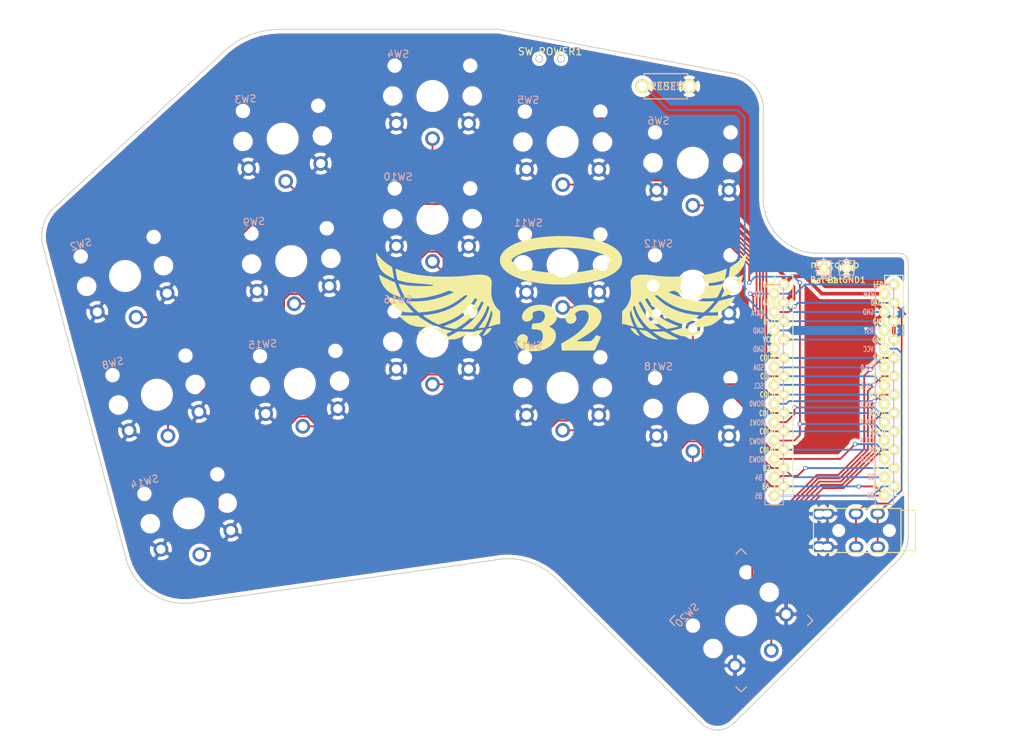
<source format=kicad_pcb>
(kicad_pcb (version 20171130) (host pcbnew 5.1.9)
  (title_block (title hypergolic) (date 2020-12-26) (rev 0.1) (company broomlabs))
  (layers (0 F.Cu signal) (31 B.Cu signal) (34 B.Paste user) (35 F.Paste user) (36 B.SilkS user) (37 F.SilkS user) (38 B.Mask user) (39 F.Mask user) (44 Edge.Cuts user))
  (net 0 "")
  (net 1 reset)
  (net 2 BT+)
  (net 3 gnd)
  (net 4 vcc)
  (net 5 Switch18)
  (net 6 Switch1)
  (net 7 Switch2)
  (net 8 Switch3)
  (net 9 Switch4)
  (net 10 Switch5)
  (net 11 Switch6)
  (net 12 Switch7)
  (net 13 Switch8)
  (net 14 Switch9)
  (net 15 Switch10)
  (net 16 Switch11)
  (net 17 Switch12)
  (net 18 Switch13)
  (net 19 Switch14)
  (net 20 Switch15)
  (net 21 Switch16)
  (net 22 Switch17)
  (net 23 "Net-(SW_POWER1-Pad1)")
  (net 24 raw)
  (module kbd:32_silk (layer F.Cu) (at 97.79 50.038)
    (fp_text reference G*** hide)
    (fp_text value LOGO hide)
  )
  (module Kailh:TRRS-PJ-DPB2 (layer F.Cu) (at 144.78 82.804 270)
    (fp_text reference Jack0 hide)
    (fp_text value TRRS hide)
    (pad R1 thru_hole oval (at -2.33 6.22 90) (size 1.6 2) (drill oval 0.9 1.3) (layers *.Cu *.Mask) (net 5 Switch18))
    (pad R2 thru_hole oval (at -2.33 3.22 90) (size 1.6 2) (drill oval 0.9 1.3) (layers *.Cu *.Mask) (net 4 vcc))
    (pad T thru_hole oval (at -2.33 10.22 90) (size 1.6 2) (drill oval 0.9 1.3) (layers *.Cu *.Mask) (net 3 gnd))
    (pad S thru_hole oval (at 2.27 11.32 90) (size 1.6 2) (drill oval 0.9 1.3) (layers *.Cu *.Mask) (net 3 gnd))
    (pad S thru_hole oval (at -2.3 11.3 270) (size 1.6 2) (drill oval 0.9 1.3) (layers *.Cu *.Mask) (net 3 gnd))
    (pad T thru_hole oval (at 2.3 10.2 270) (size 1.6 2) (drill oval 0.9 1.3) (layers *.Cu *.Mask) (net 3 gnd))
    (pad R2 thru_hole oval (at 2.3 3.2 270) (size 1.6 2) (drill oval 0.9 1.3) (layers *.Cu *.Mask) (net 4 vcc))
    (pad "" np_thru_hole circle (at 0 8.6 270) (size 0.8 0.8) (drill 0.8) (layers *.Cu *.Mask))
    (pad "" np_thru_hole circle (at 0 1.6 270) (size 0.8 0.8) (drill 0.8) (layers *.Cu *.Mask))
    (pad R1 thru_hole oval (at 2.3 6.2 270) (size 1.6 2) (drill oval 0.9 1.3) (layers *.Cu *.Mask) (net 5 Switch18))
  )
  (module Kailh:SW_PG1350_15_reversible_b2 (layer F.Cu) (at 122.682 95.25 45)
    (fp_text reference SW20 hide)
    (fp_text value SW_Push hide)
    (fp_text user %R (at -4.76 -5.8 45) (layer B.SilkS) (effects (justify mirror)))
    (pad "" np_thru_hole circle (at -5.5 0 45) (size 1.7018 1.7018) (drill 1.7018) (layers *.Cu *.Mask))
    (pad "" np_thru_hole circle (at 5.5 0 45) (size 1.7018 1.7018) (drill 1.7018) (layers *.Cu *.Mask))
    (pad "" np_thru_hole circle (at 5.22 -4.2 45) (size 0.9906 0.9906) (drill 0.9906) (layers *.Cu *.Mask))
    (pad 1 thru_hole circle (at 0 5.9 45) (size 2.032 2.032) (drill 1.27) (layers *.Cu *.Mask) (net 14 Switch9))
    (pad 2 thru_hole circle (at -5 3.8 45) (size 2.032 2.032) (drill 1.27) (layers *.Cu *.Mask) (net 3 gnd))
    (pad "" np_thru_hole circle (at 0 0 45) (size 3.429 3.429) (drill 3.429) (layers *.Cu *.Mask))
    (pad 2 thru_hole circle (at 5 3.8 45) (size 2.032 2.032) (drill 1.27) (layers *.Cu *.Mask) (net 3 gnd))
    (pad "" np_thru_hole circle (at -5.22 -4.2 45) (size 0.9906 0.9906) (drill 0.9906) (layers *.Cu *.Mask))
  )
  (module Kailh:SW_PG1350_rev_DPB (layer F.Cu) (at 116 48.92)
    (fp_text reference SW12 hide)
    (fp_text value SW_Push hide)
    (fp_text user %R (at -4.76 -5.8) (layer B.SilkS) (effects (justify mirror)))
    (pad "" np_thru_hole circle (at -5.5 0) (size 1.7018 1.7018) (drill 1.7018) (layers *.Cu *.Mask))
    (pad "" np_thru_hole circle (at 5.5 0) (size 1.7018 1.7018) (drill 1.7018) (layers *.Cu *.Mask))
    (pad "" np_thru_hole circle (at 5.22 -4.2) (size 0.9906 0.9906) (drill 0.9906) (layers *.Cu *.Mask))
    (pad 1 thru_hole circle (at 0 5.9) (size 2.032 2.032) (drill 1.27) (layers *.Cu *.Mask) (net 15 Switch10))
    (pad 2 thru_hole circle (at -5 3.8) (size 2.032 2.032) (drill 1.27) (layers *.Cu *.Mask) (net 3 gnd))
    (pad "" np_thru_hole circle (at 0 0) (size 3.429 3.429) (drill 3.429) (layers *.Cu *.Mask))
    (pad 2 thru_hole circle (at 5 3.8) (size 2.032 2.032) (drill 1.27) (layers *.Cu *.Mask) (net 3 gnd))
    (pad "" np_thru_hole circle (at -5.22 -4.2) (size 0.9906 0.9906) (drill 0.9906) (layers *.Cu *.Mask))
  )
  (module kbd:ProMicro_v2 (layer F.Cu) (at 136.144 63.246)
    (fp_text reference U1 hide)
    (fp_text value ProMicro-kbd hide)
    (fp_text user microusb (at -0.5 -17.25) (layer F.SilkS))
    (fp_text user | (at -1.2065 -16.256) (layer B.SilkS) (effects (justify mirror)))
    (fp_text user RAW (at -9.7155 -14.478) (layer F.SilkS) (effects (font (size 0.75 0.5) (thickness 0.125))))
    (fp_text user LED (at 5.5 -14.478) (layer F.SilkS) (effects (font (size 0.75 0.5) (thickness 0.125))))
    (fp_text user GND (at -9.7155 -11.938) (layer F.SilkS) (effects (font (size 0.75 0.5) (thickness 0.125))))
    (fp_text user DATA (at 5.35 -11.95) (layer F.SilkS) (effects (font (size 0.75 0.5) (thickness 0.125))))
    (fp_text user RST (at -9.7155 -9.3345) (layer F.SilkS) (effects (font (size 0.75 0.5) (thickness 0.125))))
    (fp_text user GND (at 5.5245 -9.3345) (layer F.SilkS) (effects (font (size 0.75 0.5) (thickness 0.125))))
    (fp_text user VCC (at -9.7155 -6.858) (layer F.SilkS) (effects (font (size 0.75 0.5) (thickness 0.125))))
    (fp_text user GND (at 5.461 -6.7945) (layer F.SilkS) (effects (font (size 0.75 0.5) (thickness 0.125))))
    (fp_text user COL3 (at -10 3.35) (layer F.SilkS) (effects (font (size 0.75 0.5) (thickness 0.125))))
    (fp_text user ROW0 (at 5.2 0.8) (layer F.SilkS) (effects (font (size 0.75 0.5) (thickness 0.125))))
    (fp_text user COL2 (at -9.9 0.762) (layer F.SilkS) (effects (font (size 0.75 0.5) (thickness 0.125))))
    (fp_text user SCL (at 5.461 -1.778) (layer F.SilkS) (effects (font (size 0.75 0.5) (thickness 0.125))))
    (fp_text user COL1 (at -9.85 -1.778) (layer F.SilkS) (effects (font (size 0.75 0.5) (thickness 0.125))))
    (fp_text user SDA (at 5.461 -4.318) (layer F.SilkS) (effects (font (size 0.75 0.5) (thickness 0.125))))
    (fp_text user COL0 (at -9.9 -4.3) (layer F.SilkS) (effects (font (size 0.75 0.5) (thickness 0.125))))
    (fp_text user B6 (at -10.05 13.5) (layer F.SilkS) (effects (font (size 0.75 0.5) (thickness 0.125))))
    (fp_text user B5 (at 5.2 13.5255) (layer F.SilkS) (effects (font (size 0.75 0.5) (thickness 0.125))))
    (fp_text user B4 (at 5.2 10.922) (layer F.SilkS) (effects (font (size 0.75 0.5) (thickness 0.125))))
    (fp_text user B2 (at -9.95 10.95) (layer F.SilkS) (effects (font (size 0.75 0.5) (thickness 0.125))))
    (fp_text user ROW3 (at 5.2 8.4455) (layer F.SilkS) (effects (font (size 0.75 0.5) (thickness 0.125))))
    (fp_text user COL5 (at -9.95 8.4455) (layer F.SilkS) (effects (font (size 0.75 0.5) (thickness 0.125))))
    (fp_text user ROW2 (at 5.2 5.85) (layer F.SilkS) (effects (font (size 0.75 0.5) (thickness 0.125))))
    (fp_text user COL4 (at -9.95 5.85) (layer F.SilkS) (effects (font (size 0.75 0.5) (thickness 0.125))))
    (fp_text user ROW1 (at 5.25 3.302) (layer F.SilkS) (effects (font (size 0.75 0.5) (thickness 0.125))))
    (fp_text user ROW1 (at -11.3 4.6355) (layer B.SilkS) (effects (font (size 0.75 0.5) (thickness 0.125)) (justify mirror)))
    (fp_text user COL4 (at 3.95 7.112) (layer B.SilkS) (effects (font (size 0.75 0.5) (thickness 0.125)) (justify mirror)))
    (fp_text user ROW2 (at -11.3 7.239) (layer B.SilkS) (effects (font (size 0.75 0.5) (thickness 0.125)) (justify mirror)))
    (fp_text user COL5 (at 4 9.75) (layer B.SilkS) (effects (font (size 0.75 0.5) (thickness 0.125)) (justify mirror)))
    (fp_text user ROW3 (at -11.3 9.75) (layer B.SilkS) (effects (font (size 0.75 0.5) (thickness 0.125)) (justify mirror)))
    (fp_text user B2 (at 4.5085 12.1285) (layer B.SilkS) (effects (font (size 0.75 0.5) (thickness 0.125)) (justify mirror)))
    (fp_text user B4 (at -11.049 12.2555) (layer B.SilkS) (effects (font (size 0.75 0.5) (thickness 0.125)) (justify mirror)))
    (fp_text user B5 (at -11.049 14.7955) (layer B.SilkS) (effects (font (size 0.75 0.5) (thickness 0.125)) (justify mirror)))
    (fp_text user B6 (at 4.445 14.732) (layer B.SilkS) (effects (font (size 0.75 0.5) (thickness 0.125)) (justify mirror)))
    (fp_text user COL0 (at 4 -2.95) (layer B.SilkS) (effects (font (size 0.75 0.5) (thickness 0.125)) (justify mirror)))
    (fp_text user SDA (at -11.049 -2.9845) (layer B.SilkS) (effects (font (size 0.75 0.5) (thickness 0.125)) (justify mirror)))
    (fp_text user COL1 (at 4 -0.4445) (layer B.SilkS) (effects (font (size 0.75 0.5) (thickness 0.125)) (justify mirror)))
    (fp_text user SCL (at -11.049 -0.4445) (layer B.SilkS) (effects (font (size 0.75 0.5) (thickness 0.125)) (justify mirror)))
    (fp_text user COL2 (at 4 2.1) (layer B.SilkS) (effects (font (size 0.75 0.5) (thickness 0.125)) (justify mirror)))
    (fp_text user ROW0 (at -11.3 2.032) (layer B.SilkS) (effects (font (size 0.75 0.5) (thickness 0.125)) (justify mirror)))
    (fp_text user COL3 (at 4 4.6) (layer B.SilkS) (effects (font (size 0.75 0.5) (thickness 0.125)) (justify mirror)))
    (fp_text user GND (at -11.049 -5.5245) (layer B.SilkS) (effects (font (size 0.75 0.5) (thickness 0.125)) (justify mirror)))
    (fp_text user VCC (at 4.1275 -5.5245) (layer B.SilkS) (effects (font (size 0.75 0.5) (thickness 0.125)) (justify mirror)))
    (fp_text user GND (at -11.049 -8.0645) (layer B.SilkS) (effects (font (size 0.75 0.5) (thickness 0.125)) (justify mirror)))
    (fp_text user RST (at 4.191 -8.0645) (layer B.SilkS) (effects (font (size 0.75 0.5) (thickness 0.125)) (justify mirror)))
    (fp_text user DATA (at -11.2 -10.5) (layer B.SilkS) (effects (font (size 0.75 0.5) (thickness 0.125)) (justify mirror)))
    (fp_text user GND (at 4.1275 -10.668) (layer B.SilkS) (effects (font (size 0.75 0.5) (thickness 0.125)) (justify mirror)))
    (fp_text user LED (at -11.049 -13.1445) (layer B.SilkS) (effects (font (size 0.75 0.5) (thickness 0.125)) (justify mirror)))
    (fp_text user RAW (at 4.191 -13.1445) (layer B.SilkS) (effects (font (size 0.75 0.5) (thickness 0.125)) (justify mirror)))
    (pad 24 thru_hole circle (at 6.35 -13.208) (size 1.524 1.524) (drill 0.8128) (layers *.Cu *.Mask F.SilkS) (net 24 raw))
    (pad 23 thru_hole circle (at 6.35 -10.668) (size 1.524 1.524) (drill 0.8128) (layers *.Cu *.Mask F.SilkS) (net 3 gnd))
    (pad 22 thru_hole circle (at 6.35 -8.128) (size 1.524 1.524) (drill 0.8128) (layers *.Cu *.Mask F.SilkS) (net 1 reset))
    (pad 21 thru_hole circle (at 6.35 -5.588) (size 1.524 1.524) (drill 0.8128) (layers *.Cu *.Mask F.SilkS) (net 4 vcc))
    (pad 20 thru_hole circle (at 6.35 -3.048) (size 1.524 1.524) (drill 0.8128) (layers *.Cu *.Mask F.SilkS) (net 10 Switch5))
    (pad 19 thru_hole circle (at 6.35 -0.508) (size 1.524 1.524) (drill 0.8128) (layers *.Cu *.Mask F.SilkS) (net 9 Switch4))
    (pad 18 thru_hole circle (at 6.35 2.032) (size 1.524 1.524) (drill 0.8128) (layers *.Cu *.Mask F.SilkS) (net 8 Switch3))
    (pad 17 thru_hole circle (at 6.35 4.572) (size 1.524 1.524) (drill 0.8128) (layers *.Cu *.Mask F.SilkS) (net 7 Switch2))
    (pad 16 thru_hole circle (at 6.35 7.112) (size 1.524 1.524) (drill 0.8128) (layers *.Cu *.Mask F.SilkS) (net 11 Switch6))
    (pad 15 thru_hole circle (at 6.35 9.652) (size 1.524 1.524) (drill 0.8128) (layers *.Cu *.Mask F.SilkS) (net 12 Switch7))
    (pad 14 thru_hole circle (at 6.35 12.192) (size 1.524 1.524) (drill 0.8128) (layers *.Cu *.Mask F.SilkS) (net 13 Switch8))
    (pad 13 thru_hole circle (at 6.35 14.732) (size 1.524 1.524) (drill 0.8128) (layers *.Cu *.Mask F.SilkS) (net 14 Switch9))
    (pad 12 thru_hole circle (at -8.89 14.732) (size 1.524 1.524) (drill 0.8128) (layers *.Cu *.Mask F.SilkS) (net 22 Switch17))
    (pad 11 thru_hole circle (at -8.89 12.192) (size 1.524 1.524) (drill 0.8128) (layers *.Cu *.Mask F.SilkS) (net 21 Switch16))
    (pad 10 thru_hole circle (at -8.89 9.652) (size 1.524 1.524) (drill 0.8128) (layers *.Cu *.Mask F.SilkS) (net 20 Switch15))
    (pad 9 thru_hole circle (at -8.89 7.112) (size 1.524 1.524) (drill 0.8128) (layers *.Cu *.Mask F.SilkS) (net 6 Switch1))
    (pad 8 thru_hole circle (at -8.89 4.572) (size 1.524 1.524) (drill 0.8128) (layers *.Cu *.Mask F.SilkS) (net 19 Switch14))
    (pad 7 thru_hole circle (at -8.89 2.032) (size 1.524 1.524) (drill 0.8128) (layers *.Cu *.Mask F.SilkS) (net 18 Switch13))
    (pad 6 thru_hole circle (at -8.89 -0.508) (size 1.524 1.524) (drill 0.8128) (layers *.Cu *.Mask F.SilkS) (net 17 Switch12))
    (pad 5 thru_hole circle (at -8.89 -3.048) (size 1.524 1.524) (drill 0.8128) (layers *.Cu *.Mask F.SilkS) (net 16 Switch11))
    (pad 4 thru_hole circle (at -8.89 -5.588) (size 1.524 1.524) (drill 0.8128) (layers *.Cu *.Mask F.SilkS) (net 3 gnd))
    (pad 3 thru_hole circle (at -8.89 -8.128) (size 1.524 1.524) (drill 0.8128) (layers *.Cu *.Mask F.SilkS) (net 3 gnd))
    (pad 2 thru_hole circle (at -8.89 -10.668) (size 1.524 1.524) (drill 0.8128) (layers *.Cu *.Mask F.SilkS) (net 5 Switch18))
    (pad 1 thru_hole circle (at -8.89 -13.208) (size 1.524 1.524) (drill 0.8128) (layers *.Cu *.Mask F.SilkS) (net 15 Switch10))
    (pad 1 thru_hole circle (at 7.6564 -14.478) (size 1.524 1.524) (drill 0.8128) (layers *.Cu *.Mask F.SilkS) (net 15 Switch10))
    (pad 2 thru_hole circle (at 7.6564 -11.938) (size 1.524 1.524) (drill 0.8128) (layers *.Cu *.Mask F.SilkS) (net 5 Switch18))
    (pad 3 thru_hole circle (at 7.6564 -9.398) (size 1.524 1.524) (drill 0.8128) (layers *.Cu *.Mask F.SilkS) (net 3 gnd))
    (pad 4 thru_hole circle (at 7.6564 -6.858) (size 1.524 1.524) (drill 0.8128) (layers *.Cu *.Mask F.SilkS) (net 3 gnd))
    (pad 5 thru_hole circle (at 7.6564 -4.318) (size 1.524 1.524) (drill 0.8128) (layers *.Cu *.Mask F.SilkS) (net 16 Switch11))
    (pad 6 thru_hole circle (at 7.6564 -1.778) (size 1.524 1.524) (drill 0.8128) (layers *.Cu *.Mask F.SilkS) (net 17 Switch12))
    (pad 7 thru_hole circle (at 7.6564 0.762) (size 1.524 1.524) (drill 0.8128) (layers *.Cu *.Mask F.SilkS) (net 18 Switch13))
    (pad 8 thru_hole circle (at 7.6564 3.302) (size 1.524 1.524) (drill 0.8128) (layers *.Cu *.Mask F.SilkS) (net 19 Switch14))
    (pad 9 thru_hole circle (at 7.6564 5.842) (size 1.524 1.524) (drill 0.8128) (layers *.Cu *.Mask F.SilkS) (net 6 Switch1))
    (pad 10 thru_hole circle (at 7.6564 8.382) (size 1.524 1.524) (drill 0.8128) (layers *.Cu *.Mask F.SilkS) (net 20 Switch15))
    (pad 11 thru_hole circle (at 7.6564 10.922) (size 1.524 1.524) (drill 0.8128) (layers *.Cu *.Mask F.SilkS) (net 21 Switch16))
    (pad 12 thru_hole circle (at 7.6564 13.462) (size 1.524 1.524) (drill 0.8128) (layers *.Cu *.Mask F.SilkS) (net 22 Switch17))
    (pad 13 thru_hole circle (at -7.5636 13.462) (size 1.524 1.524) (drill 0.8128) (layers *.Cu *.Mask F.SilkS) (net 14 Switch9))
    (pad 14 thru_hole circle (at -7.5636 10.922) (size 1.524 1.524) (drill 0.8128) (layers *.Cu *.Mask F.SilkS) (net 13 Switch8))
    (pad 15 thru_hole circle (at -7.5636 8.382) (size 1.524 1.524) (drill 0.8128) (layers *.Cu *.Mask F.SilkS) (net 12 Switch7))
    (pad 16 thru_hole circle (at -7.5636 5.842) (size 1.524 1.524) (drill 0.8128) (layers *.Cu *.Mask F.SilkS) (net 11 Switch6))
    (pad 17 thru_hole circle (at -7.5636 3.302) (size 1.524 1.524) (drill 0.8128) (layers *.Cu *.Mask F.SilkS) (net 7 Switch2))
    (pad 18 thru_hole circle (at -7.5636 0.762) (size 1.524 1.524) (drill 0.8128) (layers *.Cu *.Mask F.SilkS) (net 8 Switch3))
    (pad 19 thru_hole circle (at -7.5636 -1.778) (size 1.524 1.524) (drill 0.8128) (layers *.Cu *.Mask F.SilkS) (net 9 Switch4))
    (pad 20 thru_hole circle (at -7.5636 -4.318) (size 1.524 1.524) (drill 0.8128) (layers *.Cu *.Mask F.SilkS) (net 10 Switch5))
    (pad 21 thru_hole circle (at -7.5636 -6.858) (size 1.524 1.524) (drill 0.8128) (layers *.Cu *.Mask F.SilkS) (net 4 vcc))
    (pad 22 thru_hole circle (at -7.5636 -9.398) (size 1.524 1.524) (drill 0.8128) (layers *.Cu *.Mask F.SilkS) (net 1 reset))
    (pad 23 thru_hole circle (at -7.5636 -11.938) (size 1.524 1.524) (drill 0.8128) (layers *.Cu *.Mask F.SilkS) (net 3 gnd))
    (pad 24 thru_hole circle (at -7.5636 -14.478) (size 1.524 1.524) (drill 0.8128) (layers *.Cu *.Mask F.SilkS) (net 24 raw))
  )
  (module Kailh:SPDT_C128955 (layer F.Cu) (at 96.266 17.526)
    (fp_text reference SW_POWER1 (at 0 -1) (layer F.SilkS))
    (fp_text value SW_SPDT)
    (pad 0 smd rect (at -3.7 -1.1) (size 0.9 0.9) (layers F.Cu F.Paste F.Mask))
    (pad 0 smd rect (at -3.7 1.1) (size 0.9 0.9) (layers F.Cu F.Paste F.Mask))
    (pad 0 smd rect (at 3.7 1.1) (size 0.9 0.9) (layers F.Cu F.Paste F.Mask))
    (pad 0 smd rect (at 3.7 -1.1) (size 0.9 0.9) (layers F.Cu F.Paste F.Mask))
    (pad 1 smd rect (at 2.25 2.075) (size 0.9 1.25) (layers F.Cu F.Paste F.Mask) (net 23 "Net-(SW_POWER1-Pad1)"))
    (pad 3 smd rect (at -2.25 2.075) (size 0.9 1.25) (layers F.Cu F.Paste F.Mask) (net 24 raw))
    (pad 2 smd rect (at -0.75 2.075) (size 0.9 1.25) (layers F.Cu F.Paste F.Mask) (net 2 BT+))
    (pad "" np_thru_hole circle (at -1.5 0) (size 1 1) (drill 0.9) (layers *.Cu *.Mask))
    (pad "" np_thru_hole circle (at 1.5 0) (size 1 1) (drill 0.9) (layers *.Cu *.Mask))
  )
  (module Kailh:SW_PG1350_rev_DPB (layer F.Cu) (at 116 65.92)
    (fp_text reference SW18 hide)
    (fp_text value SW_Push hide)
    (fp_text user %R (at -4.76 -5.8) (layer B.SilkS) (effects (justify mirror)))
    (pad "" np_thru_hole circle (at -5.5 0) (size 1.7018 1.7018) (drill 1.7018) (layers *.Cu *.Mask))
    (pad "" np_thru_hole circle (at 5.5 0) (size 1.7018 1.7018) (drill 1.7018) (layers *.Cu *.Mask))
    (pad "" np_thru_hole circle (at 5.22 -4.2) (size 0.9906 0.9906) (drill 0.9906) (layers *.Cu *.Mask))
    (pad 1 thru_hole circle (at 0 5.9) (size 2.032 2.032) (drill 1.27) (layers *.Cu *.Mask) (net 20 Switch15))
    (pad 2 thru_hole circle (at -5 3.8) (size 2.032 2.032) (drill 1.27) (layers *.Cu *.Mask) (net 3 gnd))
    (pad "" np_thru_hole circle (at 0 0) (size 3.429 3.429) (drill 3.429) (layers *.Cu *.Mask))
    (pad 2 thru_hole circle (at 5 3.8) (size 2.032 2.032) (drill 1.27) (layers *.Cu *.Mask) (net 3 gnd))
    (pad "" np_thru_hole circle (at -5.22 -4.2) (size 0.9906 0.9906) (drill 0.9906) (layers *.Cu *.Mask))
  )
  (module Kailh:SW_PG1350_rev_DPB (layer F.Cu) (at 98 63.045)
    (fp_text reference SW17 hide)
    (fp_text value SW_Push hide)
    (fp_text user %R (at -4.76 -5.8) (layer B.SilkS) (effects (justify mirror)))
    (pad "" np_thru_hole circle (at -5.5 0) (size 1.7018 1.7018) (drill 1.7018) (layers *.Cu *.Mask))
    (pad "" np_thru_hole circle (at 5.5 0) (size 1.7018 1.7018) (drill 1.7018) (layers *.Cu *.Mask))
    (pad "" np_thru_hole circle (at 5.22 -4.2) (size 0.9906 0.9906) (drill 0.9906) (layers *.Cu *.Mask))
    (pad 1 thru_hole circle (at 0 5.9) (size 2.032 2.032) (drill 1.27) (layers *.Cu *.Mask) (net 19 Switch14))
    (pad 2 thru_hole circle (at -5 3.8) (size 2.032 2.032) (drill 1.27) (layers *.Cu *.Mask) (net 3 gnd))
    (pad "" np_thru_hole circle (at 0 0) (size 3.429 3.429) (drill 3.429) (layers *.Cu *.Mask))
    (pad 2 thru_hole circle (at 5 3.8) (size 2.032 2.032) (drill 1.27) (layers *.Cu *.Mask) (net 3 gnd))
    (pad "" np_thru_hole circle (at -5.22 -4.2) (size 0.9906 0.9906) (drill 0.9906) (layers *.Cu *.Mask))
  )
  (module Kailh:SW_PG1350_rev_DPB (layer F.Cu) (at 80 56.67)
    (fp_text reference SW16 hide)
    (fp_text value SW_Push hide)
    (fp_text user %R (at -4.76 -5.8) (layer B.SilkS) (effects (justify mirror)))
    (pad "" np_thru_hole circle (at -5.5 0) (size 1.7018 1.7018) (drill 1.7018) (layers *.Cu *.Mask))
    (pad "" np_thru_hole circle (at 5.5 0) (size 1.7018 1.7018) (drill 1.7018) (layers *.Cu *.Mask))
    (pad "" np_thru_hole circle (at 5.22 -4.2) (size 0.9906 0.9906) (drill 0.9906) (layers *.Cu *.Mask))
    (pad 1 thru_hole circle (at 0 5.9) (size 2.032 2.032) (drill 1.27) (layers *.Cu *.Mask) (net 18 Switch13))
    (pad 2 thru_hole circle (at -5 3.8) (size 2.032 2.032) (drill 1.27) (layers *.Cu *.Mask) (net 3 gnd))
    (pad "" np_thru_hole circle (at 0 0) (size 3.429 3.429) (drill 3.429) (layers *.Cu *.Mask))
    (pad 2 thru_hole circle (at 5 3.8) (size 2.032 2.032) (drill 1.27) (layers *.Cu *.Mask) (net 3 gnd))
    (pad "" np_thru_hole circle (at -5.22 -4.2) (size 0.9906 0.9906) (drill 0.9906) (layers *.Cu *.Mask))
  )
  (module Kailh:SW_PG1350_rev_DPB (layer F.Cu) (at 61.6573 62.5037 4)
    (fp_text reference SW15 hide)
    (fp_text value SW_Push hide)
    (fp_text user %R (at -4.76 -5.8 4) (layer B.SilkS) (effects (justify mirror)))
    (pad "" np_thru_hole circle (at -5.5 0 4) (size 1.7018 1.7018) (drill 1.7018) (layers *.Cu *.Mask))
    (pad "" np_thru_hole circle (at 5.5 0 4) (size 1.7018 1.7018) (drill 1.7018) (layers *.Cu *.Mask))
    (pad "" np_thru_hole circle (at 5.22 -4.2 4) (size 0.9906 0.9906) (drill 0.9906) (layers *.Cu *.Mask))
    (pad 1 thru_hole circle (at 0 5.9 4) (size 2.032 2.032) (drill 1.27) (layers *.Cu *.Mask) (net 17 Switch12))
    (pad 2 thru_hole circle (at -5 3.8 4) (size 2.032 2.032) (drill 1.27) (layers *.Cu *.Mask) (net 3 gnd))
    (pad "" np_thru_hole circle (at 0 0 4) (size 3.429 3.429) (drill 3.429) (layers *.Cu *.Mask))
    (pad 2 thru_hole circle (at 5 3.8 4) (size 2.032 2.032) (drill 1.27) (layers *.Cu *.Mask) (net 3 gnd))
    (pad "" np_thru_hole circle (at -5.22 -4.2 4) (size 0.9906 0.9906) (drill 0.9906) (layers *.Cu *.Mask))
  )
  (module Kailh:SW_PG1350_rev_DPB (layer F.Cu) (at 46.2925 80.4417 15)
    (fp_text reference SW14 hide)
    (fp_text value SW_Push hide)
    (fp_text user %R (at -4.76 -5.8 15) (layer B.SilkS) (effects (justify mirror)))
    (pad "" np_thru_hole circle (at -5.5 0 15) (size 1.7018 1.7018) (drill 1.7018) (layers *.Cu *.Mask))
    (pad "" np_thru_hole circle (at 5.5 0 15) (size 1.7018 1.7018) (drill 1.7018) (layers *.Cu *.Mask))
    (pad "" np_thru_hole circle (at 5.22 -4.2 15) (size 0.9906 0.9906) (drill 0.9906) (layers *.Cu *.Mask))
    (pad 1 thru_hole circle (at 0 5.9 15) (size 2.032 2.032) (drill 1.27) (layers *.Cu *.Mask) (net 16 Switch11))
    (pad 2 thru_hole circle (at -5 3.8 15) (size 2.032 2.032) (drill 1.27) (layers *.Cu *.Mask) (net 3 gnd))
    (pad "" np_thru_hole circle (at 0 0 15) (size 3.429 3.429) (drill 3.429) (layers *.Cu *.Mask))
    (pad 2 thru_hole circle (at 5 3.8 15) (size 2.032 2.032) (drill 1.27) (layers *.Cu *.Mask) (net 3 gnd))
    (pad "" np_thru_hole circle (at -5.22 -4.2 15) (size 0.9906 0.9906) (drill 0.9906) (layers *.Cu *.Mask))
  )
  (module Kailh:SW_PG1350_rev_DPB (layer F.Cu) (at 98 46.04)
    (fp_text reference SW11 hide)
    (fp_text value SW_Push hide)
    (fp_text user %R (at -4.76 -5.8) (layer B.SilkS) (effects (justify mirror)))
    (pad "" np_thru_hole circle (at -5.5 0) (size 1.7018 1.7018) (drill 1.7018) (layers *.Cu *.Mask))
    (pad "" np_thru_hole circle (at 5.5 0) (size 1.7018 1.7018) (drill 1.7018) (layers *.Cu *.Mask))
    (pad "" np_thru_hole circle (at 5.22 -4.2) (size 0.9906 0.9906) (drill 0.9906) (layers *.Cu *.Mask))
    (pad 1 thru_hole circle (at 0 5.9) (size 2.032 2.032) (drill 1.27) (layers *.Cu *.Mask) (net 14 Switch9))
    (pad 2 thru_hole circle (at -5 3.8) (size 2.032 2.032) (drill 1.27) (layers *.Cu *.Mask) (net 3 gnd))
    (pad "" np_thru_hole circle (at 0 0) (size 3.429 3.429) (drill 3.429) (layers *.Cu *.Mask))
    (pad 2 thru_hole circle (at 5 3.8) (size 2.032 2.032) (drill 1.27) (layers *.Cu *.Mask) (net 3 gnd))
    (pad "" np_thru_hole circle (at -5.22 -4.2) (size 0.9906 0.9906) (drill 0.9906) (layers *.Cu *.Mask))
  )
  (module Kailh:SW_PG1350_rev_DPB (layer F.Cu) (at 80 39.67)
    (fp_text reference SW10 hide)
    (fp_text value SW_Push hide)
    (fp_text user %R (at -4.76 -5.8) (layer B.SilkS) (effects (justify mirror)))
    (pad "" np_thru_hole circle (at -5.5 0) (size 1.7018 1.7018) (drill 1.7018) (layers *.Cu *.Mask))
    (pad "" np_thru_hole circle (at 5.5 0) (size 1.7018 1.7018) (drill 1.7018) (layers *.Cu *.Mask))
    (pad "" np_thru_hole circle (at 5.22 -4.2) (size 0.9906 0.9906) (drill 0.9906) (layers *.Cu *.Mask))
    (pad 1 thru_hole circle (at 0 5.9) (size 2.032 2.032) (drill 1.27) (layers *.Cu *.Mask) (net 13 Switch8))
    (pad 2 thru_hole circle (at -5 3.8) (size 2.032 2.032) (drill 1.27) (layers *.Cu *.Mask) (net 3 gnd))
    (pad "" np_thru_hole circle (at 0 0) (size 3.429 3.429) (drill 3.429) (layers *.Cu *.Mask))
    (pad 2 thru_hole circle (at 5 3.8) (size 2.032 2.032) (drill 1.27) (layers *.Cu *.Mask) (net 3 gnd))
    (pad "" np_thru_hole circle (at -5.22 -4.2) (size 0.9906 0.9906) (drill 0.9906) (layers *.Cu *.Mask))
  )
  (module Kailh:SW_PG1350_rev_DPB (layer F.Cu) (at 60.4711 45.5402 4)
    (fp_text reference SW9 hide)
    (fp_text value SW_Push hide)
    (fp_text user %R (at -4.76 -5.8 4) (layer B.SilkS) (effects (justify mirror)))
    (pad "" np_thru_hole circle (at -5.5 0 4) (size 1.7018 1.7018) (drill 1.7018) (layers *.Cu *.Mask))
    (pad "" np_thru_hole circle (at 5.5 0 4) (size 1.7018 1.7018) (drill 1.7018) (layers *.Cu *.Mask))
    (pad "" np_thru_hole circle (at 5.22 -4.2 4) (size 0.9906 0.9906) (drill 0.9906) (layers *.Cu *.Mask))
    (pad 1 thru_hole circle (at 0 5.9 4) (size 2.032 2.032) (drill 1.27) (layers *.Cu *.Mask) (net 12 Switch7))
    (pad 2 thru_hole circle (at -5 3.8 4) (size 2.032 2.032) (drill 1.27) (layers *.Cu *.Mask) (net 3 gnd))
    (pad "" np_thru_hole circle (at 0 0 4) (size 3.429 3.429) (drill 3.429) (layers *.Cu *.Mask))
    (pad 2 thru_hole circle (at 5 3.8 4) (size 2.032 2.032) (drill 1.27) (layers *.Cu *.Mask) (net 3 gnd))
    (pad "" np_thru_hole circle (at -5.22 -4.2 4) (size 0.9906 0.9906) (drill 0.9906) (layers *.Cu *.Mask))
  )
  (module Kailh:SW_PG1350_rev_DPB (layer F.Cu) (at 41.8913 64.0161 15)
    (fp_text reference SW8 hide)
    (fp_text value SW_Push hide)
    (fp_text user %R (at -4.76 -5.8 15) (layer B.SilkS) (effects (justify mirror)))
    (pad "" np_thru_hole circle (at -5.5 0 15) (size 1.7018 1.7018) (drill 1.7018) (layers *.Cu *.Mask))
    (pad "" np_thru_hole circle (at 5.5 0 15) (size 1.7018 1.7018) (drill 1.7018) (layers *.Cu *.Mask))
    (pad "" np_thru_hole circle (at 5.22 -4.2 15) (size 0.9906 0.9906) (drill 0.9906) (layers *.Cu *.Mask))
    (pad 1 thru_hole circle (at 0 5.9 15) (size 2.032 2.032) (drill 1.27) (layers *.Cu *.Mask) (net 11 Switch6))
    (pad 2 thru_hole circle (at -5 3.8 15) (size 2.032 2.032) (drill 1.27) (layers *.Cu *.Mask) (net 3 gnd))
    (pad "" np_thru_hole circle (at 0 0 15) (size 3.429 3.429) (drill 3.429) (layers *.Cu *.Mask))
    (pad 2 thru_hole circle (at 5 3.8 15) (size 2.032 2.032) (drill 1.27) (layers *.Cu *.Mask) (net 3 gnd))
    (pad "" np_thru_hole circle (at -5.22 -4.2 15) (size 0.9906 0.9906) (drill 0.9906) (layers *.Cu *.Mask))
  )
  (module Kailh:SW_PG1350_rev_DPB (layer F.Cu) (at 116 31.92)
    (fp_text reference SW6 hide)
    (fp_text value SW_Push hide)
    (fp_text user %R (at -4.76 -5.8) (layer B.SilkS) (effects (justify mirror)))
    (pad "" np_thru_hole circle (at -5.5 0) (size 1.7018 1.7018) (drill 1.7018) (layers *.Cu *.Mask))
    (pad "" np_thru_hole circle (at 5.5 0) (size 1.7018 1.7018) (drill 1.7018) (layers *.Cu *.Mask))
    (pad "" np_thru_hole circle (at 5.22 -4.2) (size 0.9906 0.9906) (drill 0.9906) (layers *.Cu *.Mask))
    (pad 1 thru_hole circle (at 0 5.9) (size 2.032 2.032) (drill 1.27) (layers *.Cu *.Mask) (net 10 Switch5))
    (pad 2 thru_hole circle (at -5 3.8) (size 2.032 2.032) (drill 1.27) (layers *.Cu *.Mask) (net 3 gnd))
    (pad "" np_thru_hole circle (at 0 0) (size 3.429 3.429) (drill 3.429) (layers *.Cu *.Mask))
    (pad 2 thru_hole circle (at 5 3.8) (size 2.032 2.032) (drill 1.27) (layers *.Cu *.Mask) (net 3 gnd))
    (pad "" np_thru_hole circle (at -5.22 -4.2) (size 0.9906 0.9906) (drill 0.9906) (layers *.Cu *.Mask))
  )
  (module Kailh:SW_PG1350_rev_DPB (layer F.Cu) (at 98 29.04)
    (fp_text reference SW5 hide)
    (fp_text value SW_Push hide)
    (fp_text user %R (at -4.76 -5.8) (layer B.SilkS) (effects (justify mirror)))
    (pad "" np_thru_hole circle (at -5.5 0) (size 1.7018 1.7018) (drill 1.7018) (layers *.Cu *.Mask))
    (pad "" np_thru_hole circle (at 5.5 0) (size 1.7018 1.7018) (drill 1.7018) (layers *.Cu *.Mask))
    (pad "" np_thru_hole circle (at 5.22 -4.2) (size 0.9906 0.9906) (drill 0.9906) (layers *.Cu *.Mask))
    (pad 1 thru_hole circle (at 0 5.9) (size 2.032 2.032) (drill 1.27) (layers *.Cu *.Mask) (net 9 Switch4))
    (pad 2 thru_hole circle (at -5 3.8) (size 2.032 2.032) (drill 1.27) (layers *.Cu *.Mask) (net 3 gnd))
    (pad "" np_thru_hole circle (at 0 0) (size 3.429 3.429) (drill 3.429) (layers *.Cu *.Mask))
    (pad 2 thru_hole circle (at 5 3.8) (size 2.032 2.032) (drill 1.27) (layers *.Cu *.Mask) (net 3 gnd))
    (pad "" np_thru_hole circle (at -5.22 -4.2) (size 0.9906 0.9906) (drill 0.9906) (layers *.Cu *.Mask))
  )
  (module Kailh:SW_PG1350_rev_DPB (layer F.Cu) (at 80 22.68)
    (fp_text reference SW4 hide)
    (fp_text value SW_Push hide)
    (fp_text user %R (at -4.76 -5.8) (layer B.SilkS) (effects (justify mirror)))
    (pad "" np_thru_hole circle (at -5.5 0) (size 1.7018 1.7018) (drill 1.7018) (layers *.Cu *.Mask))
    (pad "" np_thru_hole circle (at 5.5 0) (size 1.7018 1.7018) (drill 1.7018) (layers *.Cu *.Mask))
    (pad "" np_thru_hole circle (at 5.22 -4.2) (size 0.9906 0.9906) (drill 0.9906) (layers *.Cu *.Mask))
    (pad 1 thru_hole circle (at 0 5.9) (size 2.032 2.032) (drill 1.27) (layers *.Cu *.Mask) (net 8 Switch3))
    (pad 2 thru_hole circle (at -5 3.8) (size 2.032 2.032) (drill 1.27) (layers *.Cu *.Mask) (net 3 gnd))
    (pad "" np_thru_hole circle (at 0 0) (size 3.429 3.429) (drill 3.429) (layers *.Cu *.Mask))
    (pad 2 thru_hole circle (at 5 3.8) (size 2.032 2.032) (drill 1.27) (layers *.Cu *.Mask) (net 3 gnd))
    (pad "" np_thru_hole circle (at -5.22 -4.2) (size 0.9906 0.9906) (drill 0.9906) (layers *.Cu *.Mask))
  )
  (module Kailh:SW_PG1350_rev_DPB (layer F.Cu) (at 59.2853 28.5816 4)
    (fp_text reference SW3 hide)
    (fp_text value SW_Push hide)
    (fp_text user %R (at -4.76 -5.8 4) (layer B.SilkS) (effects (justify mirror)))
    (pad "" np_thru_hole circle (at -5.5 0 4) (size 1.7018 1.7018) (drill 1.7018) (layers *.Cu *.Mask))
    (pad "" np_thru_hole circle (at 5.5 0 4) (size 1.7018 1.7018) (drill 1.7018) (layers *.Cu *.Mask))
    (pad "" np_thru_hole circle (at 5.22 -4.2 4) (size 0.9906 0.9906) (drill 0.9906) (layers *.Cu *.Mask))
    (pad 1 thru_hole circle (at 0 5.9 4) (size 2.032 2.032) (drill 1.27) (layers *.Cu *.Mask) (net 7 Switch2))
    (pad 2 thru_hole circle (at -5 3.8 4) (size 2.032 2.032) (drill 1.27) (layers *.Cu *.Mask) (net 3 gnd))
    (pad "" np_thru_hole circle (at 0 0 4) (size 3.429 3.429) (drill 3.429) (layers *.Cu *.Mask))
    (pad 2 thru_hole circle (at 5 3.8 4) (size 2.032 2.032) (drill 1.27) (layers *.Cu *.Mask) (net 3 gnd))
    (pad "" np_thru_hole circle (at -5.22 -4.2 4) (size 0.9906 0.9906) (drill 0.9906) (layers *.Cu *.Mask))
  )
  (module Kailh:SW_PG1350_rev_DPB (layer F.Cu) (at 37.4914 47.5954 15)
    (fp_text reference SW2 hide)
    (fp_text value SW_Push hide)
    (fp_text user %R (at -4.76 -5.8 15) (layer B.SilkS) (effects (justify mirror)))
    (pad "" np_thru_hole circle (at -5.5 0 15) (size 1.7018 1.7018) (drill 1.7018) (layers *.Cu *.Mask))
    (pad "" np_thru_hole circle (at 5.5 0 15) (size 1.7018 1.7018) (drill 1.7018) (layers *.Cu *.Mask))
    (pad "" np_thru_hole circle (at 5.22 -4.2 15) (size 0.9906 0.9906) (drill 0.9906) (layers *.Cu *.Mask))
    (pad 1 thru_hole circle (at 0 5.9 15) (size 2.032 2.032) (drill 1.27) (layers *.Cu *.Mask) (net 6 Switch1))
    (pad 2 thru_hole circle (at -5 3.8 15) (size 2.032 2.032) (drill 1.27) (layers *.Cu *.Mask) (net 3 gnd))
    (pad "" np_thru_hole circle (at 0 0 15) (size 3.429 3.429) (drill 3.429) (layers *.Cu *.Mask))
    (pad 2 thru_hole circle (at 5 3.8 15) (size 2.032 2.032) (drill 1.27) (layers *.Cu *.Mask) (net 3 gnd))
    (pad "" np_thru_hole circle (at -5.22 -4.2 15) (size 0.9906 0.9906) (drill 0.9906) (layers *.Cu *.Mask))
  )
  (module kbd:ResetSW (layer F.Cu) (at 112.268 21.336)
    (fp_text reference RSW1 hide)
    (fp_text value SW_Push)
    (fp_text user RESET (at 0 0) (layer F.SilkS))
    (fp_text user RESET (at 0.127 0) (layer B.SilkS) (effects (justify mirror)))
    (pad 2 thru_hole circle (at -3.25 0) (size 2 2) (drill 1.3) (layers *.Cu *.Mask F.SilkS) (net 1 reset))
    (pad 1 thru_hole circle (at 3.25 0) (size 2 2) (drill 1.3) (layers *.Cu *.Mask F.SilkS) (net 3 gnd))
  )
  (module kbd:1pin_conn (layer F.Cu) (at 137.262 46.482)
    (fp_text reference BatGND1 (at 0 1.651) (layer F.SilkS) (effects (font (size 0.8128 0.8128))))
    (fp_text value MountingHole_Pad hide)
    (fp_text user ** (at 0 1.651) (layer B.SilkS) (effects (font (size 0.8128 0.8128)) (justify mirror)))
    (pad 1 thru_hole circle (at 0 0) (size 1.397 1.397) (drill 0.8128) (layers *.Cu *.Mask F.SilkS) (net 3 gnd))
  )
  (module kbd:1pin_conn (layer F.Cu) (at 134.112 46.482)
    (fp_text reference Bat+1 (at 0 1.651) (layer F.SilkS) (effects (font (size 0.8128 0.8128))))
    (fp_text value MountingHole_Pad hide)
    (fp_text user ** (at 0 1.651) (layer B.SilkS) (effects (font (size 0.8128 0.8128)) (justify mirror)))
    (pad 1 thru_hole circle (at 0 0) (size 1.397 1.397) (drill 0.8128) (layers *.Cu *.Mask F.SilkS) (net 2 BT+))
  )
  (gr_arc (start 90.402694 96.25248) (end 97.536 89.916) (angle -60.47867921) (layer Edge.Cuts) (width 0.15))
  (gr_arc (start 119.395419 107.203419) (end 117.430864 109.743419) (angle -82.72004613) (layer Edge.Cuts) (width 0.15))
  (gr_line (start 97.536 89.916) (end 117.430864 109.743419) (layer Edge.Cuts) (width 0.15))
  (gr_arc (start 141.067427 83.566) (end 144.452128 86.868) (angle -44.29140294) (layer Edge.Cuts) (width 0.15))
  (gr_line (start 145.796 83.566) (end 145.796 78.232) (angle 90) (layer Edge.Cuts) (width 0.15))
  (gr_line (start 89.154 13.462) (end 58.928 13.462) (angle 90) (layer Edge.Cuts) (width 0.15))
  (gr_line (start 47.351453 92.729047) (end 88.403782 86.92299) (layer Edge.Cuts) (width 0.15))
  (gr_arc (start 133.35 36.82861) (end 125.73 36.974151) (angle -90.81459567) (layer Edge.Cuts) (width 0.15))
  (gr_arc (start 120.632493 24.59991) (end 125.73 25.146) (angle -87.32605082) (layer Edge.Cuts) (width 0.15))
  (gr_arc (start 45.724398 84.480346) (end 37.592 86.614) (angle -86.45728758) (layer Edge.Cuts) (width 0.15))
  (gr_line (start 121.666 109.474) (end 144.452128 86.868) (layer Edge.Cuts) (width 0.15))
  (gr_line (start 50.470485 17.20335) (end 27.686 38.1) (angle 90) (layer Edge.Cuts) (width 0.15))
  (gr_arc (start 31.454299 42.103296) (end 27.686 38.1) (angle -65.01678473) (layer Edge.Cuts) (width 0.15))
  (gr_line (start 125.73 36.974151) (end 125.73 25.146) (angle 90) (layer Edge.Cuts) (width 0.15))
  (gr_arc (start 144.526 45.71) (end 145.796 45.72) (angle -94.05555909) (layer Edge.Cuts) (width 0.15))
  (gr_arc (start 58.928 24.892) (end 58.928 13.462) (angle -47.72631099) (layer Edge.Cuts) (width 0.15))
  (gr_line (start 144.446156 44.442473) (end 133.603859 44.445771) (angle 90) (layer Edge.Cuts) (width 0.15))
  (gr_line (start 26.234034 43.828198) (end 37.592 86.614) (angle 90) (layer Edge.Cuts) (width 0.15))
  (gr_line (start 145.796 78.232) (end 145.796 45.72) (angle 90) (layer Edge.Cuts) (width 0.15))
  (gr_line (start 121.415799 19.53343) (end 89.154 13.462) (angle 90) (layer Edge.Cuts) (width 0.15))
  (segment (start 141.224 53.848) (end 142.494 55.118) (width 0.25) (layer B.Cu) (net 1))
  (segment (start 128.5804 53.848) (end 141.224 53.848) (width 0.25) (layer B.Cu) (net 1))
  (segment (start 127.762 53.848) (end 128.5804 53.848) (width 0.25) (layer B.Cu) (net 1))
  (segment (start 126.746 53.848) (end 127.762 53.848) (width 0.25) (layer B.Cu) (net 1))
  (segment (start 123.174953 50.276953) (end 126.746 53.848) (width 0.25) (layer B.Cu) (net 1))
  (segment (start 123.174953 25.638953) (end 123.174953 50.276953) (width 0.25) (layer B.Cu) (net 1))
  (segment (start 122.174 24.638) (end 123.174953 25.638953) (width 0.25) (layer B.Cu) (net 1))
  (segment (start 112.626 24.638) (end 122.174 24.638) (width 0.25) (layer B.Cu) (net 1))
  (segment (start 108.562 20.574) (end 112.626 24.638) (width 0.25) (layer B.Cu) (net 1))
  (segment (start 110.718011 33.553989) (end 110.208655 33.553989) (width 0.5) (layer F.Cu) (net 2))
  (segment (start 109.939323 33.553989) (end 110.718011 33.553989) (width 0.5) (layer F.Cu) (net 2))
  (segment (start 109.185667 32.800333) (end 109.939323 33.553989) (width 0.5) (layer F.Cu) (net 2))
  (segment (start 108.677667 32.292333) (end 109.185667 32.800333) (width 0.5) (layer F.Cu) (net 2))
  (segment (start 106.518667 30.133333) (end 109.185667 32.800333) (width 0.5) (layer F.Cu) (net 2))
  (segment (start 106.103334 29.718) (end 106.518667 30.133333) (width 0.5) (layer F.Cu) (net 2))
  (segment (start 105.918 29.532666) (end 106.518667 30.133333) (width 0.5) (layer F.Cu) (net 2))
  (segment (start 105.918 28.167962) (end 105.918 29.532666) (width 0.5) (layer F.Cu) (net 2))
  (segment (start 103.658038 25.908) (end 105.918 28.167962) (width 0.5) (layer F.Cu) (net 2))
  (segment (start 102.293334 25.908) (end 103.658038 25.908) (width 0.5) (layer F.Cu) (net 2))
  (segment (start 128.549148 46.482) (end 134.112 46.482) (width 0.5) (layer F.Cu) (net 2))
  (segment (start 113.782041 35.342397) (end 117.409546 35.342397) (width 0.5) (layer F.Cu) (net 2))
  (segment (start 111.993633 33.553989) (end 113.782041 35.342397) (width 0.5) (layer F.Cu) (net 2))
  (segment (start 117.409546 35.342397) (end 128.549148 46.482) (width 0.5) (layer F.Cu) (net 2))
  (segment (start 110.718011 33.553989) (end 111.993633 33.553989) (width 0.5) (layer F.Cu) (net 2))
  (segment (start 97.628667 21.243333) (end 95.665333 21.243333) (width 0.5) (layer F.Cu) (net 2))
  (segment (start 97.628667 21.243333) (end 102.293334 25.908) (width 0.5) (layer F.Cu) (net 2))
  (segment (start 95.516 21.094) (end 95.516 19.601) (width 0.5) (layer F.Cu) (net 2))
  (segment (start 95.665333 21.243333) (end 95.516 21.094) (width 0.5) (layer F.Cu) (net 2))
  (segment (start 129.8504 52.578) (end 128.5804 51.308) (width 0.25) (layer B.Cu) (net 3))
  (segment (start 142.494 52.578) (end 129.8504 52.578) (width 0.25) (layer B.Cu) (net 3))
  (segment (start 143.8004 53.848) (end 143.8004 56.388) (width 0.5) (layer F.Cu) (net 3))
  (segment (start 127.254 55.118) (end 139.7 55.118) (width 0.25) (layer B.Cu) (net 3))
  (segment (start 139.7 55.118) (end 139.954 54.864) (width 0.25) (layer B.Cu) (net 3))
  (segment (start 139.954 54.864) (end 139.954 54.864) (width 0.25) (layer B.Cu) (net 3))
  (via (at 139.954 54.864) (size 0.6) (drill 0.4) (layers F.Cu B.Cu) (net 3))
  (segment (start 140.208 54.864) (end 139.954 54.864) (width 0.25) (layer F.Cu) (net 3))
  (segment (start 142.494 52.578) (end 140.208 54.864) (width 0.25) (layer F.Cu) (net 3))
  (segment (start 134.58 80.534) (end 134.58 85.104) (width 0.25) (layer F.Cu) (net 3))
  (segment (start 141.224 56.388) (end 142.494 57.658) (width 0.25) (layer B.Cu) (net 4))
  (segment (start 128.5804 56.388) (end 141.224 56.388) (width 0.25) (layer B.Cu) (net 4))
  (segment (start 144.272 57.658) (end 142.494 57.658) (width 0.25) (layer B.Cu) (net 4))
  (segment (start 144.887401 58.273401) (end 144.272 57.658) (width 0.25) (layer B.Cu) (net 4))
  (segment (start 144.887401 77.229761) (end 144.887401 58.273401) (width 0.25) (layer B.Cu) (net 4))
  (segment (start 142.708172 79.40899) (end 144.887401 77.229761) (width 0.25) (layer B.Cu) (net 4))
  (segment (start 142.62501 79.40899) (end 141.56 80.474) (width 0.25) (layer B.Cu) (net 4))
  (segment (start 142.708172 79.40899) (end 142.62501 79.40899) (width 0.25) (layer B.Cu) (net 4))
  (segment (start 141.56 85.084) (end 141.58 85.104) (width 0.25) (layer F.Cu) (net 4))
  (segment (start 141.56 80.474) (end 141.56 85.084) (width 0.25) (layer F.Cu) (net 4))
  (segment (start 127.254 52.578) (end 129.286 52.578) (width 0.25) (layer F.Cu) (net 5))
  (segment (start 129.286 52.578) (end 130.048 51.816) (width 0.25) (layer F.Cu) (net 5))
  (segment (start 130.048 51.816) (end 130.048 51.816) (width 0.25) (layer F.Cu) (net 5))
  (via (at 130.048 51.816) (size 0.6) (drill 0.4) (layers F.Cu B.Cu) (net 5))
  (segment (start 130.556 51.308) (end 143.8004 51.308) (width 0.25) (layer B.Cu) (net 5))
  (segment (start 130.048 51.816) (end 130.556 51.308) (width 0.25) (layer B.Cu) (net 5))
  (segment (start 143.8004 51.308) (end 145.39599 52.90359) (width 0.25) (layer F.Cu) (net 5))
  (segment (start 138.56 85.084) (end 138.58 85.104) (width 0.25) (layer F.Cu) (net 5))
  (segment (start 138.56 80.474) (end 138.56 85.084) (width 0.25) (layer F.Cu) (net 5))
  (segment (start 144.887401 52.395001) (end 143.8004 51.308) (width 0.25) (layer F.Cu) (net 5))
  (segment (start 143.048999 79.065001) (end 144.887401 77.226599) (width 0.25) (layer F.Cu) (net 5))
  (segment (start 139.968999 79.065001) (end 143.048999 79.065001) (width 0.25) (layer F.Cu) (net 5))
  (segment (start 144.887401 77.226599) (end 144.887401 52.395001) (width 0.25) (layer F.Cu) (net 5))
  (segment (start 138.56 80.474) (end 139.968999 79.065001) (width 0.25) (layer F.Cu) (net 5))
  (segment (start 123.799954 48.514) (end 123.799954 48.514) (width 0.25) (layer F.Cu) (net 6))
  (via (at 123.799954 48.514) (size 0.6) (drill 0.4) (layers F.Cu B.Cu) (net 6))
  (segment (start 124.632955 47.680999) (end 129.976999 47.680999) (width 0.25) (layer B.Cu) (net 6))
  (segment (start 123.799954 48.514) (end 124.632955 47.680999) (width 0.25) (layer B.Cu) (net 6))
  (segment (start 129.976999 47.680999) (end 130.81 48.514) (width 0.25) (layer B.Cu) (net 6))
  (segment (start 130.81 48.514) (end 130.81 48.514) (width 0.25) (layer B.Cu) (net 6))
  (via (at 130.81 48.514) (size 0.6) (drill 0.4) (layers F.Cu B.Cu) (net 6))
  (segment (start 130.81 48.514) (end 130.81 68.072) (width 0.25) (layer F.Cu) (net 6))
  (via (at 130.81 68.072) (size 0.6) (drill 0.4) (layers F.Cu B.Cu) (net 6))
  (segment (start 142.155238 69.088) (end 143.8004 69.088) (width 0.25) (layer B.Cu) (net 6))
  (segment (start 141.139238 68.072) (end 142.155238 69.088) (width 0.25) (layer B.Cu) (net 6))
  (segment (start 130.81 68.072) (end 141.139238 68.072) (width 0.25) (layer B.Cu) (net 6))
  (segment (start 130.048 70.358) (end 128.524 70.358) (width 0.25) (layer F.Cu) (net 6))
  (segment (start 130.81 69.596) (end 130.048 70.358) (width 0.25) (layer F.Cu) (net 6))
  (segment (start 128.524 70.358) (end 127.254 70.358) (width 0.25) (layer F.Cu) (net 6))
  (segment (start 130.81 68.072) (end 130.81 69.596) (width 0.25) (layer F.Cu) (net 6))
  (segment (start 120.97839 43.26003) (end 123.799954 46.081594) (width 0.25) (layer F.Cu) (net 6))
  (segment (start 77.07798 37.73002) (end 77.177501 37.630499) (width 0.25) (layer F.Cu) (net 6))
  (segment (start 42.209897 53.294362) (end 57.774239 37.73002) (width 0.25) (layer F.Cu) (net 6))
  (segment (start 114.16877 43.18) (end 114.2488 43.26003) (width 0.25) (layer F.Cu) (net 6))
  (segment (start 57.774239 37.73002) (end 77.07798 37.73002) (width 0.25) (layer F.Cu) (net 6))
  (segment (start 77.177501 37.630499) (end 83.846069 37.630499) (width 0.25) (layer F.Cu) (net 6))
  (segment (start 83.846069 37.630499) (end 83.94559 37.73002) (width 0.25) (layer F.Cu) (net 6))
  (segment (start 123.799954 46.081594) (end 123.799954 48.514) (width 0.25) (layer F.Cu) (net 6))
  (segment (start 83.94559 37.73002) (end 99.178801 37.730019) (width 0.25) (layer F.Cu) (net 6))
  (segment (start 39.018432 53.294362) (end 42.209897 53.294362) (width 0.25) (layer F.Cu) (net 6))
  (segment (start 99.178801 37.730019) (end 100.61879 36.29003) (width 0.25) (layer F.Cu) (net 6))
  (segment (start 100.61879 36.29003) (end 107.15603 36.29003) (width 0.25) (layer F.Cu) (net 6))
  (segment (start 107.15603 36.29003) (end 114.046 43.18) (width 0.25) (layer F.Cu) (net 6))
  (segment (start 114.046 43.18) (end 114.16877 43.18) (width 0.25) (layer F.Cu) (net 6))
  (segment (start 114.2488 43.26003) (end 120.97839 43.26003) (width 0.25) (layer F.Cu) (net 6))
  (segment (start 141.224 66.548) (end 142.494 67.818) (width 0.25) (layer B.Cu) (net 7))
  (segment (start 128.5804 66.548) (end 141.224 66.548) (width 0.25) (layer B.Cu) (net 7))
  (segment (start 59.696863 34.467228) (end 62.509645 37.28001) (width 0.25) (layer F.Cu) (net 7))
  (segment (start 124.816969 46.462199) (end 124.816969 64.618969) (width 0.25) (layer F.Cu) (net 7))
  (segment (start 62.509645 37.28001) (end 76.89158 37.28001) (width 0.25) (layer F.Cu) (net 7))
  (segment (start 76.89158 37.28001) (end 76.991101 37.180489) (width 0.25) (layer F.Cu) (net 7))
  (segment (start 84.032469 37.180489) (end 84.13199 37.28001) (width 0.25) (layer F.Cu) (net 7))
  (segment (start 84.13199 37.28001) (end 98.9924 37.28001) (width 0.25) (layer F.Cu) (net 7))
  (segment (start 76.991101 37.180489) (end 84.032469 37.180489) (width 0.25) (layer F.Cu) (net 7))
  (segment (start 98.9924 37.28001) (end 100.43239 35.84002) (width 0.25) (layer F.Cu) (net 7))
  (segment (start 100.43239 35.84002) (end 107.4652 35.84002) (width 0.25) (layer F.Cu) (net 7))
  (segment (start 107.4652 35.84002) (end 114.4352 42.81002) (width 0.25) (layer F.Cu) (net 7))
  (segment (start 114.4352 42.81002) (end 121.16479 42.81002) (width 0.25) (layer F.Cu) (net 7))
  (segment (start 126.746 66.548) (end 128.5804 66.548) (width 0.25) (layer F.Cu) (net 7))
  (segment (start 121.16479 42.81002) (end 124.816969 46.462199) (width 0.25) (layer F.Cu) (net 7))
  (segment (start 124.816969 64.618969) (end 126.746 66.548) (width 0.25) (layer F.Cu) (net 7))
  (segment (start 141.224 64.008) (end 142.494 65.278) (width 0.25) (layer B.Cu) (net 8))
  (segment (start 128.5804 64.008) (end 141.224 64.008) (width 0.25) (layer B.Cu) (net 8))
  (segment (start 125.266979 46.275799) (end 125.266979 62.528979) (width 0.25) (layer F.Cu) (net 8))
  (segment (start 126.746 64.008) (end 128.5804 64.008) (width 0.25) (layer F.Cu) (net 8))
  (segment (start 121.35119 42.36001) (end 125.266979 46.275799) (width 0.25) (layer F.Cu) (net 8))
  (segment (start 114.6216 42.36001) (end 121.35119 42.36001) (width 0.25) (layer F.Cu) (net 8))
  (segment (start 100.24599 35.39001) (end 107.6516 35.39001) (width 0.25) (layer F.Cu) (net 8))
  (segment (start 107.6516 35.39001) (end 114.6216 42.36001) (width 0.25) (layer F.Cu) (net 8))
  (segment (start 98.806 36.83) (end 100.24599 35.39001) (width 0.25) (layer F.Cu) (net 8))
  (segment (start 84.228479 36.730479) (end 84.328 36.83) (width 0.25) (layer F.Cu) (net 8))
  (segment (start 81.180479 36.730479) (end 84.228479 36.730479) (width 0.25) (layer F.Cu) (net 8))
  (segment (start 84.328 36.83) (end 98.806 36.83) (width 0.25) (layer F.Cu) (net 8))
  (segment (start 80 35.55) (end 81.180479 36.730479) (width 0.25) (layer F.Cu) (net 8))
  (segment (start 125.266979 62.528979) (end 126.746 64.008) (width 0.25) (layer F.Cu) (net 8))
  (segment (start 80 28.58) (end 80 35.55) (width 0.25) (layer F.Cu) (net 8))
  (segment (start 125.716989 60.635749) (end 126.54924 61.468) (width 0.25) (layer F.Cu) (net 9))
  (segment (start 125.716989 46.089399) (end 125.716989 60.635749) (width 0.25) (layer F.Cu) (net 9))
  (segment (start 121.53759 41.91) (end 125.716989 46.089399) (width 0.25) (layer F.Cu) (net 9))
  (segment (start 114.808 41.91) (end 121.53759 41.91) (width 0.25) (layer F.Cu) (net 9))
  (segment (start 107.838 34.94) (end 114.808 41.91) (width 0.25) (layer F.Cu) (net 9))
  (segment (start 126.54924 61.468) (end 128.5804 61.468) (width 0.25) (layer F.Cu) (net 9))
  (segment (start 98 34.94) (end 107.838 34.94) (width 0.25) (layer F.Cu) (net 9))
  (segment (start 141.224 61.468) (end 142.494 62.738) (width 0.25) (layer B.Cu) (net 9))
  (segment (start 128.5804 61.468) (end 141.224 61.468) (width 0.25) (layer B.Cu) (net 9))
  (segment (start 116 37.82) (end 118.084 37.82) (width 0.25) (layer F.Cu) (net 10))
  (segment (start 126.746 58.928) (end 128.5804 58.928) (width 0.25) (layer F.Cu) (net 10))
  (segment (start 126.166999 58.348999) (end 126.746 58.928) (width 0.25) (layer F.Cu) (net 10))
  (segment (start 126.166999 45.902999) (end 126.166999 58.348999) (width 0.25) (layer F.Cu) (net 10))
  (segment (start 118.084 37.82) (end 126.166999 45.902999) (width 0.25) (layer F.Cu) (net 10))
  (segment (start 141.224 58.928) (end 142.494 60.198) (width 0.25) (layer B.Cu) (net 10))
  (segment (start 128.5804 58.928) (end 141.224 58.928) (width 0.25) (layer B.Cu) (net 10))
  (segment (start 141.224 69.088) (end 142.494 70.358) (width 0.25) (layer B.Cu) (net 11))
  (segment (start 128.5804 69.088) (end 141.224 69.088) (width 0.25) (layer B.Cu) (net 11))
  (segment (start 59.479904 50.843904) (end 59.479904 52.21665) (width 0.25) (layer F.Cu) (net 11))
  (segment (start 43.418332 68.278222) (end 43.418332 69.715062) (width 0.25) (layer F.Cu) (net 11))
  (segment (start 61.526344 50.084827) (end 60.238982 50.084827) (width 0.25) (layer F.Cu) (net 11))
  (segment (start 59.479904 52.21665) (end 43.418332 68.278222) (width 0.25) (layer F.Cu) (net 11))
  (segment (start 62.417335 50.975818) (end 61.526344 50.084827) (width 0.25) (layer F.Cu) (net 11))
  (segment (start 71.97309 50.975818) (end 62.417335 50.975818) (width 0.25) (layer F.Cu) (net 11))
  (segment (start 79.169919 43.778989) (end 71.97309 50.975818) (width 0.25) (layer F.Cu) (net 11))
  (segment (start 80.830082 43.77899) (end 79.169919 43.778989) (width 0.25) (layer F.Cu) (net 11))
  (segment (start 60.238982 50.084827) (end 59.479904 50.843904) (width 0.25) (layer F.Cu) (net 11))
  (segment (start 81.98401 44.932918) (end 80.830082 43.77899) (width 0.25) (layer F.Cu) (net 11))
  (segment (start 81.98401 46.28119) (end 81.98401 44.932918) (width 0.25) (layer F.Cu) (net 11))
  (segment (start 126.746 69.088) (end 128.5804 69.088) (width 0.25) (layer F.Cu) (net 11))
  (segment (start 125.814619 68.156619) (end 126.746 69.088) (width 0.25) (layer F.Cu) (net 11))
  (segment (start 93.61002 52.69398) (end 97.028 49.276) (width 0.25) (layer F.Cu) (net 11))
  (segment (start 119.149727 63.015727) (end 122.245292 63.015728) (width 0.25) (layer F.Cu) (net 11))
  (segment (start 97.028 49.276) (end 98.832182 49.276) (width 0.25) (layer F.Cu) (net 11))
  (segment (start 125.814619 66.632619) (end 125.814619 68.156619) (width 0.25) (layer F.Cu) (net 11))
  (segment (start 98.832182 49.276) (end 108.441812 58.88563) (width 0.25) (layer F.Cu) (net 11))
  (segment (start 108.441812 58.88563) (end 115.019631 58.885631) (width 0.25) (layer F.Cu) (net 11))
  (segment (start 125.73 66.548) (end 125.814619 66.632619) (width 0.25) (layer F.Cu) (net 11))
  (segment (start 115.019631 58.885631) (end 119.149727 63.015727) (width 0.25) (layer F.Cu) (net 11))
  (segment (start 122.245292 63.015728) (end 125.73 66.500436) (width 0.25) (layer F.Cu) (net 11))
  (segment (start 125.73 66.500436) (end 125.73 66.548) (width 0.25) (layer F.Cu) (net 11))
  (segment (start 88.3968 52.69398) (end 85.54241 49.83959) (width 0.25) (layer F.Cu) (net 11))
  (segment (start 89.52398 52.69398) (end 88.3968 52.69398) (width 0.25) (layer F.Cu) (net 11))
  (segment (start 85.54241 49.83959) (end 81.98401 46.28119) (width 0.25) (layer F.Cu) (net 11))
  (segment (start 85.74082 50.038) (end 85.54241 49.83959) (width 0.25) (layer F.Cu) (net 11))
  (segment (start 89.01598 52.69398) (end 89.52398 52.69398) (width 0.25) (layer F.Cu) (net 11))
  (segment (start 89.52398 52.69398) (end 93.61002 52.69398) (width 0.25) (layer F.Cu) (net 11))
  (segment (start 141.224 71.628) (end 142.494 72.898) (width 0.25) (layer B.Cu) (net 12))
  (segment (start 128.5804 71.628) (end 141.224 71.628) (width 0.25) (layer B.Cu) (net 12))
  (segment (start 72.15949 51.425828) (end 60.882663 51.425828) (width 0.25) (layer F.Cu) (net 12))
  (segment (start 79.356319 44.228999) (end 72.15949 51.425828) (width 0.25) (layer F.Cu) (net 12))
  (segment (start 80.643681 44.228999) (end 79.356319 44.228999) (width 0.25) (layer F.Cu) (net 12))
  (segment (start 81.534 46.46759) (end 81.534 45.119318) (width 0.25) (layer F.Cu) (net 12))
  (segment (start 88.210399 53.143989) (end 81.534 46.46759) (width 0.25) (layer F.Cu) (net 12))
  (segment (start 81.534 45.119318) (end 80.643681 44.228999) (width 0.25) (layer F.Cu) (net 12))
  (segment (start 97.15641 49.784) (end 93.796421 53.143989) (width 0.25) (layer F.Cu) (net 12))
  (segment (start 98.703772 49.784) (end 97.15641 49.784) (width 0.25) (layer F.Cu) (net 12))
  (segment (start 104.394 55.474228) (end 98.703772 49.784) (width 0.25) (layer F.Cu) (net 12))
  (segment (start 128.5804 71.628) (end 126.915238 71.628) (width 0.25) (layer F.Cu) (net 12))
  (segment (start 93.796421 53.143989) (end 88.210399 53.143989) (width 0.25) (layer F.Cu) (net 12))
  (segment (start 126.915238 71.628) (end 125.73 70.442762) (width 0.25) (layer F.Cu) (net 12))
  (segment (start 125.364609 68.7664) (end 125.364609 66.819019) (width 0.25) (layer F.Cu) (net 12))
  (segment (start 125.73 70.442762) (end 125.73 69.131791) (width 0.25) (layer F.Cu) (net 12))
  (segment (start 125.73 69.131791) (end 125.364609 68.7664) (width 0.25) (layer F.Cu) (net 12))
  (segment (start 125.364609 66.819019) (end 123.698 65.15241) (width 0.25) (layer F.Cu) (net 12))
  (segment (start 123.698 65.15241) (end 123.698 65.104846) (width 0.25) (layer F.Cu) (net 12))
  (segment (start 108.10646 59.33564) (end 104.394 55.62318) (width 0.25) (layer F.Cu) (net 12))
  (segment (start 123.698 65.104846) (end 122.058891 63.465737) (width 0.25) (layer F.Cu) (net 12))
  (segment (start 114.70764 59.33564) (end 108.10646 59.33564) (width 0.25) (layer F.Cu) (net 12))
  (segment (start 122.058891 63.465737) (end 118.837737 63.465737) (width 0.25) (layer F.Cu) (net 12))
  (segment (start 118.837737 63.465737) (end 114.70764 59.33564) (width 0.25) (layer F.Cu) (net 12))
  (segment (start 104.394 55.62318) (end 104.394 55.474228) (width 0.25) (layer F.Cu) (net 12))
  (segment (start 126.915238 74.168) (end 128.5804 74.168) (width 0.25) (layer F.Cu) (net 13))
  (segment (start 129.8504 75.438) (end 128.5804 74.168) (width 0.25) (layer B.Cu) (net 13))
  (segment (start 142.494 75.438) (end 129.8504 75.438) (width 0.25) (layer B.Cu) (net 13))
  (segment (start 98.733409 50.598999) (end 99.124205 50.989795) (width 0.25) (layer F.Cu) (net 13))
  (segment (start 123.225952 65.269208) (end 123.225952 65.316772) (width 0.25) (layer F.Cu) (net 13))
  (segment (start 121.87249 63.915746) (end 123.225952 65.269208) (width 0.25) (layer F.Cu) (net 13))
  (segment (start 118.525746 63.915746) (end 121.87249 63.915746) (width 0.25) (layer F.Cu) (net 13))
  (segment (start 114.39565 59.78565) (end 118.525746 63.915746) (width 0.25) (layer F.Cu) (net 13))
  (segment (start 107.920059 59.785649) (end 114.39565 59.78565) (width 0.25) (layer F.Cu) (net 13))
  (segment (start 124.914599 68.526599) (end 124.9146 68.5266) (width 0.25) (layer F.Cu) (net 13))
  (segment (start 99.124205 50.989795) (end 107.920059 59.785649) (width 0.25) (layer F.Cu) (net 13))
  (segment (start 124.914599 67.005419) (end 124.914599 68.526599) (width 0.25) (layer F.Cu) (net 13))
  (segment (start 124.914599 67.256599) (end 124.9146 68.5266) (width 0.25) (layer F.Cu) (net 13))
  (segment (start 124.9146 68.5266) (end 124.9146 72.167362) (width 0.25) (layer F.Cu) (net 13))
  (segment (start 124.9146 72.167362) (end 126.915238 74.168) (width 0.25) (layer F.Cu) (net 13))
  (segment (start 123.225952 65.316772) (end 124.914599 67.005419) (width 0.25) (layer F.Cu) (net 13))
  (segment (start 88.024 53.594) (end 84.906 50.476) (width 0.25) (layer F.Cu) (net 13))
  (segment (start 93.98 53.594) (end 88.024 53.594) (width 0.25) (layer F.Cu) (net 13))
  (segment (start 93.980002 53.593998) (end 93.98 53.594) (width 0.25) (layer F.Cu) (net 13))
  (segment (start 93.982822 53.593998) (end 93.980002 53.593998) (width 0.25) (layer F.Cu) (net 13))
  (segment (start 97.28482 50.292) (end 93.982822 53.593998) (width 0.25) (layer F.Cu) (net 13))
  (segment (start 84.906 50.476) (end 80 45.57) (width 0.25) (layer F.Cu) (net 13))
  (segment (start 98.42641 50.292) (end 97.28482 50.292) (width 0.25) (layer F.Cu) (net 13))
  (segment (start 99.124205 50.989795) (end 98.42641 50.292) (width 0.25) (layer F.Cu) (net 13))
  (segment (start 128.5804 76.708) (end 138.938 76.708) (width 0.25) (layer B.Cu) (net 14))
  (segment (start 138.938 76.708) (end 138.938 76.708) (width 0.25) (layer B.Cu) (net 14))
  (via (at 138.938 76.708) (size 0.6) (drill 0.4) (layers F.Cu B.Cu) (net 14))
  (segment (start 141.224 76.708) (end 142.494 77.978) (width 0.25) (layer F.Cu) (net 14))
  (segment (start 138.938 76.708) (end 141.224 76.708) (width 0.25) (layer F.Cu) (net 14))
  (segment (start 124.267385 66.994615) (end 124.267385 74.060147) (width 0.25) (layer F.Cu) (net 14))
  (segment (start 121.68609 64.365756) (end 122.775942 65.455608) (width 0.25) (layer F.Cu) (net 14))
  (segment (start 118.339346 64.365756) (end 121.68609 64.365756) (width 0.25) (layer F.Cu) (net 14))
  (segment (start 126.915238 76.708) (end 128.5804 76.708) (width 0.25) (layer F.Cu) (net 14))
  (segment (start 122.775942 65.503172) (end 124.267385 66.994615) (width 0.25) (layer F.Cu) (net 14))
  (segment (start 122.775942 65.455608) (end 122.775942 65.503172) (width 0.25) (layer F.Cu) (net 14))
  (segment (start 114.209249 60.235659) (end 118.339346 64.365756) (width 0.25) (layer F.Cu) (net 14))
  (segment (start 124.267385 74.060147) (end 126.915238 76.708) (width 0.25) (layer F.Cu) (net 14))
  (segment (start 107.733659 60.235659) (end 114.209249 60.235659) (width 0.25) (layer F.Cu) (net 14))
  (segment (start 99.438 51.94) (end 107.733659 60.235659) (width 0.25) (layer F.Cu) (net 14))
  (segment (start 98 51.94) (end 99.438 51.94) (width 0.25) (layer F.Cu) (net 14))
  (segment (start 132.530008 81.73001) (end 132.530009 81.730009) (width 0.25) (layer F.Cu) (net 14))
  (segment (start 129.85199 81.73001) (end 129.854811 81.730009) (width 0.25) (layer F.Cu) (net 14))
  (segment (start 129.59799 81.73001) (end 129.85199 81.73001) (width 0.25) (layer F.Cu) (net 14))
  (segment (start 136.441648 77.978) (end 137.414 77.978) (width 0.25) (layer F.Cu) (net 14))
  (segment (start 124.22355 92.47355) (end 126.85393 95.10393) (width 0.25) (layer F.Cu) (net 14))
  (segment (start 124.22355 84.05645) (end 124.22355 92.47355) (width 0.25) (layer F.Cu) (net 14))
  (segment (start 126.85393 95.10393) (end 126.85393 99.42193) (width 0.25) (layer F.Cu) (net 14))
  (segment (start 126.54999 81.73001) (end 124.22355 84.05645) (width 0.25) (layer F.Cu) (net 14))
  (segment (start 133.60682 77.978) (end 129.85481 81.73001) (width 0.25) (layer F.Cu) (net 14))
  (segment (start 137.414 77.978) (end 133.60682 77.978) (width 0.25) (layer F.Cu) (net 14))
  (segment (start 129.34399 81.73001) (end 126.54999 81.73001) (width 0.25) (layer F.Cu) (net 14))
  (segment (start 129.85481 81.73001) (end 129.34399 81.73001) (width 0.25) (layer F.Cu) (net 14))
  (segment (start 137.414 77.978) (end 142.494 77.978) (width 0.25) (layer F.Cu) (net 14))
  (via (at 123.952 50.038) (size 0.6) (drill 0.4) (layers F.Cu B.Cu) (net 15))
  (segment (start 124.12597 50.21197) (end 123.952 50.038) (width 0.25) (layer F.Cu) (net 15))
  (segment (start 127.254 50.038) (end 123.952 50.038) (width 0.25) (layer B.Cu) (net 15))
  (segment (start 131.481002 48.768) (end 130.211002 50.038) (width 0.25) (layer B.Cu) (net 15))
  (segment (start 130.211002 50.038) (end 127.254 50.038) (width 0.25) (layer B.Cu) (net 15))
  (segment (start 143.8004 48.768) (end 131.481002 48.768) (width 0.25) (layer B.Cu) (net 15))
  (segment (start 124.366959 50.452959) (end 123.952 50.038) (width 0.25) (layer F.Cu) (net 15))
  (segment (start 119.461718 62.565718) (end 122.431693 62.565719) (width 0.25) (layer F.Cu) (net 15))
  (segment (start 116 59.104) (end 119.461718 62.565718) (width 0.25) (layer F.Cu) (net 15))
  (segment (start 116 54.82) (end 116 59.104) (width 0.25) (layer F.Cu) (net 15))
  (segment (start 123.912987 64.047013) (end 124.366959 63.593041) (width 0.25) (layer F.Cu) (net 15))
  (segment (start 124.366959 63.593041) (end 124.366959 50.452959) (width 0.25) (layer F.Cu) (net 15))
  (segment (start 122.431693 62.565719) (end 123.912987 64.047013) (width 0.25) (layer F.Cu) (net 15))
  (segment (start 142.155238 58.928) (end 143.8004 58.928) (width 0.25) (layer F.Cu) (net 16))
  (segment (start 140.546619 60.536619) (end 142.155238 58.928) (width 0.25) (layer F.Cu) (net 16))
  (via (at 140.546619 60.536619) (size 0.6) (drill 0.4) (layers F.Cu B.Cu) (net 16))
  (segment (start 127.29262 60.23662) (end 127.254 60.198) (width 0.25) (layer B.Cu) (net 16))
  (segment (start 140.24662 60.23662) (end 127.29262 60.23662) (width 0.25) (layer B.Cu) (net 16))
  (segment (start 140.546619 60.536619) (end 140.24662 60.23662) (width 0.25) (layer B.Cu) (net 16))
  (segment (start 81.098989 60.778989) (end 89.705981 69.385981) (width 0.25) (layer F.Cu) (net 16))
  (segment (start 136.098799 75.138799) (end 139.7 71.537598) (width 0.25) (layer F.Cu) (net 16))
  (segment (start 63.621318 67.939318) (end 72.00959 67.939318) (width 0.25) (layer F.Cu) (net 16))
  (segment (start 124.07362 79.36398) (end 128.91602 79.36398) (width 0.25) (layer F.Cu) (net 16))
  (segment (start 61.425182 67.048327) (end 62.730327 67.048327) (width 0.25) (layer F.Cu) (net 16))
  (segment (start 60.727862 67.745647) (end 61.425182 67.048327) (width 0.25) (layer F.Cu) (net 16))
  (segment (start 79.169919 60.778989) (end 81.098989 60.778989) (width 0.25) (layer F.Cu) (net 16))
  (segment (start 133.141201 75.138799) (end 136.098799 75.138799) (width 0.25) (layer F.Cu) (net 16))
  (segment (start 49.495338 85.632662) (end 50.292 84.836) (width 0.25) (layer F.Cu) (net 16))
  (segment (start 104.240936 71.389044) (end 112.537044 71.389044) (width 0.25) (layer F.Cu) (net 16))
  (segment (start 60.727862 67.796138) (end 60.727862 67.745647) (width 0.25) (layer F.Cu) (net 16))
  (segment (start 128.91602 79.36398) (end 133.141201 75.138799) (width 0.25) (layer F.Cu) (net 16))
  (segment (start 139.7 61.383238) (end 140.546619 60.536619) (width 0.25) (layer F.Cu) (net 16))
  (segment (start 50.292 78.232) (end 60.727862 67.796138) (width 0.25) (layer F.Cu) (net 16))
  (segment (start 112.537044 71.389044) (end 114.797119 69.128969) (width 0.25) (layer F.Cu) (net 16))
  (segment (start 50.292 84.836) (end 50.292 78.232) (width 0.25) (layer F.Cu) (net 16))
  (segment (start 72.00959 67.939318) (end 79.169919 60.778989) (width 0.25) (layer F.Cu) (net 16))
  (segment (start 94.190019 69.385981) (end 96.872019 66.703981) (width 0.25) (layer F.Cu) (net 16))
  (segment (start 47.819532 86.140662) (end 48.327532 85.632662) (width 0.25) (layer F.Cu) (net 16))
  (segment (start 89.705981 69.385981) (end 94.190019 69.385981) (width 0.25) (layer F.Cu) (net 16))
  (segment (start 48.327532 85.632662) (end 49.495338 85.632662) (width 0.25) (layer F.Cu) (net 16))
  (segment (start 114.797119 69.128969) (end 117.202881 69.128969) (width 0.25) (layer F.Cu) (net 16))
  (segment (start 139.7 71.537598) (end 139.7 61.383238) (width 0.25) (layer F.Cu) (net 16))
  (segment (start 117.202881 69.128969) (end 118.702537 70.628625) (width 0.25) (layer F.Cu) (net 16))
  (segment (start 118.702537 70.628625) (end 118.702537 73.992897) (width 0.25) (layer F.Cu) (net 16))
  (segment (start 62.730327 67.048327) (end 63.621318 67.939318) (width 0.25) (layer F.Cu) (net 16))
  (segment (start 118.702537 73.992897) (end 124.07362 79.36398) (width 0.25) (layer F.Cu) (net 16))
  (segment (start 104.240936 71.389044) (end 99.555872 66.70398) (width 0.25) (layer F.Cu) (net 16))
  (segment (start 98.14202 66.70398) (end 98.142019 66.703981) (width 0.25) (layer F.Cu) (net 16))
  (segment (start 99.555872 66.70398) (end 98.14202 66.70398) (width 0.25) (layer F.Cu) (net 16))
  (segment (start 98.142019 66.703981) (end 99.469981 66.703981) (width 0.25) (layer F.Cu) (net 16))
  (segment (start 96.872019 66.703981) (end 98.142019 66.703981) (width 0.25) (layer F.Cu) (net 16))
  (segment (start 141.054619 62.568619) (end 142.155238 61.468) (width 0.25) (layer F.Cu) (net 17))
  (segment (start 142.155238 61.468) (end 143.8004 61.468) (width 0.25) (layer F.Cu) (net 17))
  (segment (start 141.054619 62.653381) (end 141.054619 62.568619) (width 0.25) (layer F.Cu) (net 17))
  (via (at 141.054619 62.653381) (size 0.6) (drill 0.4) (layers F.Cu B.Cu) (net 17))
  (segment (start 127.338619 62.653381) (end 127.254 62.738) (width 0.25) (layer B.Cu) (net 17))
  (segment (start 141.054619 62.653381) (end 127.338619 62.653381) (width 0.25) (layer B.Cu) (net 17))
  (segment (start 140.208 63.5) (end 141.054619 62.653381) (width 0.25) (layer F.Cu) (net 17))
  (segment (start 140.208 71.666008) (end 140.208 63.5) (width 0.25) (layer F.Cu) (net 17))
  (segment (start 136.671004 75.203004) (end 136.925004 74.949004) (width 0.25) (layer F.Cu) (net 17))
  (segment (start 136.925004 74.949004) (end 140.208 71.666008) (width 0.25) (layer F.Cu) (net 17))
  (segment (start 136.285199 75.588809) (end 136.925004 74.949004) (width 0.25) (layer F.Cu) (net 17))
  (segment (start 133.327601 75.588809) (end 136.285199 75.588809) (width 0.25) (layer F.Cu) (net 17))
  (segment (start 129.102421 79.813989) (end 133.327601 75.588809) (width 0.25) (layer F.Cu) (net 17))
  (segment (start 123.88722 79.81399) (end 129.102421 79.813989) (width 0.25) (layer F.Cu) (net 17))
  (segment (start 118.252527 74.179297) (end 123.88722 79.81399) (width 0.25) (layer F.Cu) (net 17))
  (segment (start 62.068863 68.389328) (end 72.19599 68.389328) (width 0.25) (layer F.Cu) (net 17))
  (segment (start 97.169919 67.153989) (end 99.283579 67.153989) (width 0.25) (layer F.Cu) (net 17))
  (segment (start 114.983519 69.578979) (end 117.016481 69.578979) (width 0.25) (layer F.Cu) (net 17))
  (segment (start 118.252527 70.815025) (end 118.252527 74.179297) (width 0.25) (layer F.Cu) (net 17))
  (segment (start 72.19599 68.389328) (end 79.356319 61.228999) (width 0.25) (layer F.Cu) (net 17))
  (segment (start 79.356319 61.228999) (end 80.786999 61.228999) (width 0.25) (layer F.Cu) (net 17))
  (segment (start 89.393991 69.835991) (end 94.487917 69.835991) (width 0.25) (layer F.Cu) (net 17))
  (segment (start 112.680498 71.882) (end 114.983519 69.578979) (width 0.25) (layer F.Cu) (net 17))
  (segment (start 94.487917 69.835991) (end 97.169919 67.153989) (width 0.25) (layer F.Cu) (net 17))
  (segment (start 99.283579 67.153989) (end 104.01159 71.882) (width 0.25) (layer F.Cu) (net 17))
  (segment (start 80.786999 61.228999) (end 89.393991 69.835991) (width 0.25) (layer F.Cu) (net 17))
  (segment (start 117.016481 69.578979) (end 118.252527 70.815025) (width 0.25) (layer F.Cu) (net 17))
  (segment (start 104.01159 71.882) (end 112.680498 71.882) (width 0.25) (layer F.Cu) (net 17))
  (segment (start 142.24 64.008) (end 143.8004 64.008) (width 0.25) (layer F.Cu) (net 18))
  (segment (start 142.017218 64.008) (end 142.24 64.008) (width 0.25) (layer F.Cu) (net 18))
  (segment (start 141.112609 64.912609) (end 142.017218 64.008) (width 0.25) (layer F.Cu) (net 18))
  (via (at 141.112609 64.912609) (size 0.6) (drill 0.4) (layers F.Cu B.Cu) (net 18))
  (segment (start 128.919162 65.278) (end 127.254 65.278) (width 0.25) (layer B.Cu) (net 18))
  (segment (start 129.284553 64.912609) (end 128.919162 65.278) (width 0.25) (layer B.Cu) (net 18))
  (segment (start 141.112609 64.912609) (end 129.284553 64.912609) (width 0.25) (layer B.Cu) (net 18))
  (segment (start 129.288822 80.263998) (end 133.514001 76.038819) (width 0.25) (layer F.Cu) (net 18))
  (segment (start 133.514001 76.038819) (end 136.471599 76.038819) (width 0.25) (layer F.Cu) (net 18))
  (segment (start 129.286 80.263998) (end 129.288822 80.263998) (width 0.25) (layer F.Cu) (net 18))
  (segment (start 129.286 80.264) (end 129.286 80.263998) (width 0.25) (layer F.Cu) (net 18))
  (segment (start 80 62.57) (end 81.49159 62.57) (width 0.25) (layer F.Cu) (net 18))
  (segment (start 81.49159 62.57) (end 89.207591 70.286001) (width 0.25) (layer F.Cu) (net 18))
  (segment (start 140.731609 65.293609) (end 141.112609 64.912609) (width 0.25) (layer F.Cu) (net 18))
  (segment (start 89.207591 70.286001) (end 94.674317 70.286001) (width 0.25) (layer F.Cu) (net 18))
  (segment (start 117.791011 74.354191) (end 123.70082 80.264) (width 0.25) (layer F.Cu) (net 18))
  (segment (start 94.674317 70.286001) (end 97.356319 67.603999) (width 0.25) (layer F.Cu) (net 18))
  (segment (start 97.356319 67.603999) (end 98.974409 67.603999) (width 0.25) (layer F.Cu) (net 18))
  (segment (start 136.471599 76.038819) (end 140.731609 71.778809) (width 0.25) (layer F.Cu) (net 18))
  (segment (start 123.70082 80.264) (end 129.286 80.264) (width 0.25) (layer F.Cu) (net 18))
  (segment (start 98.974409 67.603999) (end 103.8184 72.44799) (width 0.25) (layer F.Cu) (net 18))
  (segment (start 103.8184 72.44799) (end 112.750918 72.44799) (width 0.25) (layer F.Cu) (net 18))
  (segment (start 112.750918 72.44799) (end 115.169919 70.028989) (width 0.25) (layer F.Cu) (net 18))
  (segment (start 115.169919 70.028989) (end 116.830081 70.028989) (width 0.25) (layer F.Cu) (net 18))
  (segment (start 116.830081 70.028989) (end 117.791011 70.989919) (width 0.25) (layer F.Cu) (net 18))
  (segment (start 140.731609 71.778809) (end 140.731609 65.293609) (width 0.25) (layer F.Cu) (net 18))
  (segment (start 117.791011 70.989919) (end 117.791011 74.354191) (width 0.25) (layer F.Cu) (net 18))
  (segment (start 141.86041 66.548) (end 141.09841 65.786) (width 0.25) (layer B.Cu) (net 19))
  (segment (start 143.8004 66.548) (end 141.86041 66.548) (width 0.25) (layer B.Cu) (net 19))
  (segment (start 141.09841 65.786) (end 130.048 65.786) (width 0.25) (layer B.Cu) (net 19))
  (segment (start 130.048 65.786) (end 130.048 65.786) (width 0.25) (layer B.Cu) (net 19))
  (via (at 130.048 65.786) (size 0.6) (drill 0.4) (layers F.Cu B.Cu) (net 19))
  (segment (start 128.919162 67.818) (end 127.254 67.818) (width 0.25) (layer F.Cu) (net 19))
  (segment (start 130.048 66.689162) (end 128.919162 67.818) (width 0.25) (layer F.Cu) (net 19))
  (segment (start 130.048 65.786) (end 130.048 66.689162) (width 0.25) (layer F.Cu) (net 19))
  (segment (start 142.155238 66.548) (end 143.8004 66.548) (width 0.25) (layer F.Cu) (net 19))
  (segment (start 141.181619 67.521619) (end 142.155238 66.548) (width 0.25) (layer F.Cu) (net 19))
  (segment (start 136.657999 76.488829) (end 141.181619 71.965209) (width 0.25) (layer F.Cu) (net 19))
  (segment (start 129.475223 80.714007) (end 133.700401 76.488829) (width 0.25) (layer F.Cu) (net 19))
  (segment (start 141.181619 71.965209) (end 141.181619 67.521619) (width 0.25) (layer F.Cu) (net 19))
  (segment (start 99.679 68.945) (end 103.632 72.898) (width 0.25) (layer F.Cu) (net 19))
  (segment (start 103.632 72.898) (end 113.03 72.898) (width 0.25) (layer F.Cu) (net 19))
  (segment (start 117.341001 74.540591) (end 123.514417 80.714007) (width 0.25) (layer F.Cu) (net 19))
  (segment (start 113.03 72.898) (end 114.658999 71.269001) (width 0.25) (layer F.Cu) (net 19))
  (segment (start 114.658999 71.269001) (end 114.658999 71.176319) (width 0.25) (layer F.Cu) (net 19))
  (segment (start 114.658999 71.176319) (end 115.356319 70.478999) (width 0.25) (layer F.Cu) (net 19))
  (segment (start 115.356319 70.478999) (end 116.643681 70.478999) (width 0.25) (layer F.Cu) (net 19))
  (segment (start 98 68.945) (end 99.679 68.945) (width 0.25) (layer F.Cu) (net 19))
  (segment (start 116.643681 70.478999) (end 117.341001 71.176319) (width 0.25) (layer F.Cu) (net 19))
  (segment (start 117.341001 71.176319) (end 117.341001 74.540591) (width 0.25) (layer F.Cu) (net 19))
  (segment (start 123.514417 80.714007) (end 129.475223 80.714007) (width 0.25) (layer F.Cu) (net 19))
  (segment (start 133.700401 76.488829) (end 136.657999 76.488829) (width 0.25) (layer F.Cu) (net 19))
  (segment (start 127.254 72.898) (end 136.398 72.898) (width 0.25) (layer F.Cu) (net 20))
  (segment (start 136.398 72.898) (end 138.43 70.866) (width 0.25) (layer F.Cu) (net 20))
  (segment (start 138.43 70.866) (end 138.43 70.866) (width 0.25) (layer F.Cu) (net 20))
  (via (at 138.43 70.866) (size 0.6) (drill 0.4) (layers F.Cu B.Cu) (net 20))
  (segment (start 142.155238 71.628) (end 143.8004 71.628) (width 0.25) (layer B.Cu) (net 20))
  (segment (start 141.393238 70.866) (end 142.155238 71.628) (width 0.25) (layer B.Cu) (net 20))
  (segment (start 138.43 70.866) (end 141.393238 70.866) (width 0.25) (layer B.Cu) (net 20))
  (segment (start 136.844399 76.938839) (end 142.155238 71.628) (width 0.25) (layer F.Cu) (net 20))
  (segment (start 133.98641 76.962) (end 135.636 76.962) (width 0.25) (layer F.Cu) (net 20))
  (segment (start 123.444 81.28) (end 129.66841 81.28) (width 0.25) (layer F.Cu) (net 20))
  (segment (start 142.155238 71.628) (end 143.8004 71.628) (width 0.25) (layer F.Cu) (net 20))
  (segment (start 135.636 76.962) (end 135.659161 76.938839) (width 0.25) (layer F.Cu) (net 20))
  (segment (start 116 73.836) (end 123.444 81.28) (width 0.25) (layer F.Cu) (net 20))
  (segment (start 135.659161 76.938839) (end 136.844399 76.938839) (width 0.25) (layer F.Cu) (net 20))
  (segment (start 129.66841 81.28) (end 133.98641 76.962) (width 0.25) (layer F.Cu) (net 20))
  (segment (start 116 71.82) (end 116 73.836) (width 0.25) (layer F.Cu) (net 20))
  (segment (start 143.8004 74.168) (end 131.572 74.168) (width 0.25) (layer B.Cu) (net 21))
  (segment (start 131.572 74.168) (end 131.572 74.168) (width 0.25) (layer B.Cu) (net 21))
  (via (at 131.572 74.168) (size 0.6) (drill 0.4) (layers F.Cu B.Cu) (net 21))
  (segment (start 130.484999 75.255001) (end 131.572 74.168) (width 0.25) (layer F.Cu) (net 21))
  (segment (start 128.198999 75.255001) (end 130.484999 75.255001) (width 0.25) (layer F.Cu) (net 21))
  (segment (start 128.016 75.438) (end 128.198999 75.255001) (width 0.25) (layer F.Cu) (net 21))
  (segment (start 127.254 75.438) (end 128.016 75.438) (width 0.25) (layer F.Cu) (net 21))
  (segment (start 142.155238 76.708) (end 143.8004 76.708) (width 0.25) (layer B.Cu) (net 22))
  (segment (start 140.885238 77.978) (end 142.155238 76.708) (width 0.25) (layer B.Cu) (net 22))
  (segment (start 127.254 77.978) (end 140.885238 77.978) (width 0.25) (layer B.Cu) (net 22))
  (segment (start 113.309593 35.859911) (end 111.703681 34.253999) (width 0.5) (layer F.Cu) (net 24))
  (segment (start 128.5804 47.503214) (end 117.119593 36.042407) (width 0.5) (layer F.Cu) (net 24))
  (segment (start 128.5804 48.768) (end 128.5804 47.503214) (width 0.5) (layer F.Cu) (net 24))
  (segment (start 129.717899 47.630501) (end 128.5804 48.768) (width 0.5) (layer F.Cu) (net 24))
  (segment (start 131.450501 47.630501) (end 129.717899 47.630501) (width 0.5) (layer F.Cu) (net 24))
  (segment (start 133.858 50.038) (end 131.450501 47.630501) (width 0.5) (layer F.Cu) (net 24))
  (segment (start 142.494 50.038) (end 133.858 50.038) (width 0.5) (layer F.Cu) (net 24))
  (segment (start 114.528407 36.042407) (end 113.492089 36.042407) (width 0.5) (layer F.Cu) (net 24))
  (segment (start 117.119593 36.042407) (end 114.528407 36.042407) (width 0.5) (layer F.Cu) (net 24))
  (segment (start 113.492089 36.042407) (end 117.119593 36.042407) (width 0.5) (layer F.Cu) (net 24))
  (segment (start 112.384841 34.935159) (end 113.492089 36.042407) (width 0.5) (layer F.Cu) (net 24))
  (segment (start 112.384841 34.935159) (end 111.703681 34.253999) (width 0.5) (layer F.Cu) (net 24))
  (segment (start 109.437999 34.253999) (end 111.703681 34.253999) (width 0.5) (layer F.Cu) (net 24))
  (segment (start 105.182038 29.998038) (end 109.437999 34.253999) (width 0.5) (layer F.Cu) (net 24))
  (segment (start 102.065372 26.67) (end 103.124 26.67) (width 0.25) (layer F.Cu) (net 24))
  (segment (start 104.875962 28.421962) (end 105.182038 28.421962) (width 0.25) (layer F.Cu) (net 24))
  (segment (start 103.124 26.67) (end 104.875962 28.421962) (width 0.25) (layer F.Cu) (net 24))
  (segment (start 105.182038 28.421962) (end 105.182038 29.998038) (width 0.5) (layer F.Cu) (net 24))
  (segment (start 102.065372 26.67) (end 102.108 26.67) (width 0.25) (layer F.Cu) (net 24))
  (segment (start 103.368084 26.608008) (end 105.182038 28.421962) (width 0.5) (layer F.Cu) (net 24))
  (segment (start 102.00338 26.608008) (end 103.368084 26.608008) (width 0.5) (layer F.Cu) (net 24))
  (segment (start 97.338715 21.943343) (end 102.00338 26.608008) (width 0.5) (layer F.Cu) (net 24))
  (segment (start 94.405343 21.943343) (end 97.338715 21.943343) (width 0.5) (layer F.Cu) (net 24))
  (segment (start 94.016 21.554) (end 94.405343 21.943343) (width 0.5) (layer F.Cu) (net 24))
  (segment (start 94.016 19.601) (end 94.016 21.554) (width 0.5) (layer F.Cu) (net 24))
  (zone (net 3) (net_name gnd) (layer B.Cu) (connect_pads (clearance 0.508)) (min_thickness 0.254) (fill yes (arc_segments 32) (thermal_gap 0.508) (thermal_bridge_width 0.508))
    (polygon (pts (xy 153.162 11.43) (xy 161.798 111.887) (xy 22.606 111.125) (xy 23.114 9.398)))
  )
  (zone (net 3) (net_name gnd) (layer F.Cu) (connect_pads (clearance 0.508)) (min_thickness 0.254) (fill yes (arc_segments 32) (thermal_gap 0.508) (thermal_bridge_width 0.508))
    (polygon (pts (xy 149.86 11.176) (xy 154.051 113.538) (xy 20.193 114.046) (xy 24.13 9.906)))
  )
)
</source>
